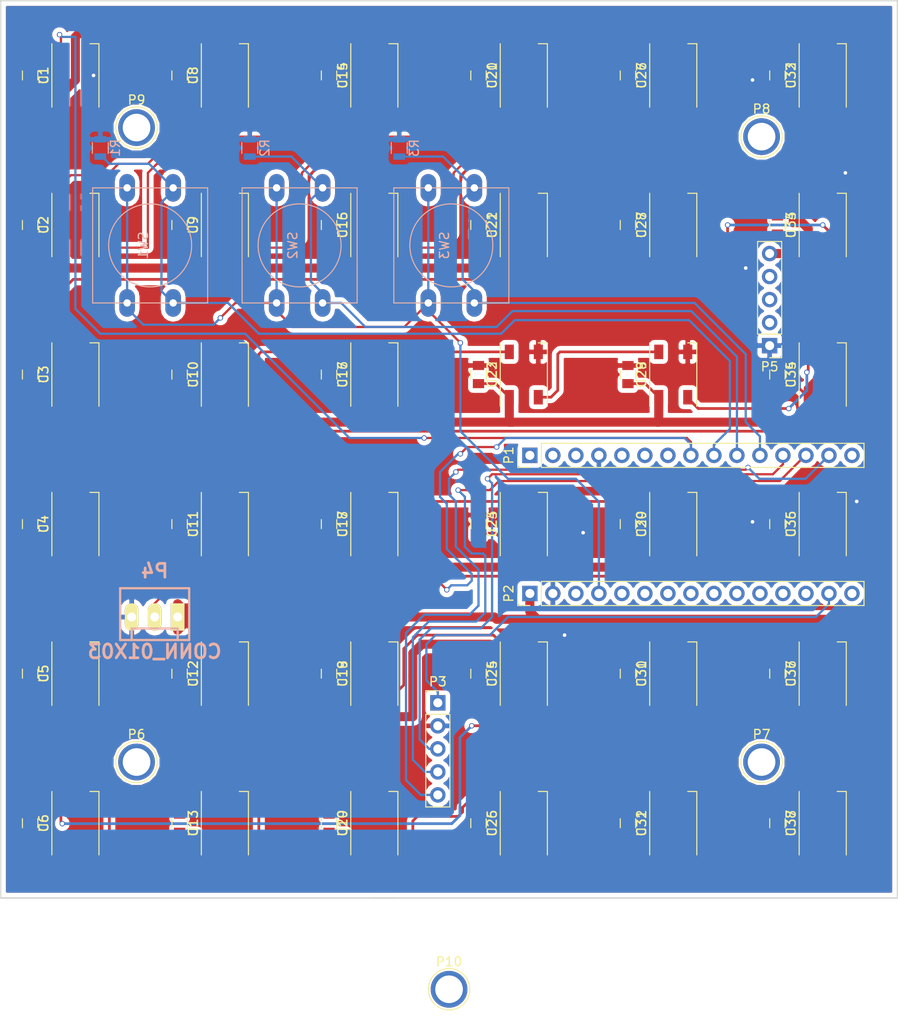
<source format=kicad_pcb>
(kicad_pcb (version 4) (host pcbnew 4.0.5)
  (layers (0 F.Cu signal) (31 B.Cu signal) (34 B.Paste user) (35 F.Paste user) (36 B.SilkS user) (37 F.SilkS user) (38 B.Mask user) (39 F.Mask user) (44 Edge.Cuts user))
  (net 0 "")
  (net 1 DIN)
  (net 2 GND)
  (net 3 +5V)
  (net 4 "Net-(P1-Pad1)")
  (net 5 "Net-(P1-Pad3)")
  (net 6 "Net-(P1-Pad5)")
  (net 7 "Net-(P1-Pad7)")
  (net 8 "Net-(P1-Pad9)")
  (net 9 "Net-(P1-Pad11)")
  (net 10 "Net-(P1-Pad15)")
  (net 11 "Net-(P1-Pad2)")
  (net 12 "Net-(P1-Pad6)")
  (net 13 "Net-(P1-Pad10)")
  (net 14 "Net-(P2-Pad3)")
  (net 15 "Net-(P2-Pad5)")
  (net 16 "Net-(P2-Pad9)")
  (net 17 "Net-(P2-Pad11)")
  (net 18 "Net-(P2-Pad13)")
  (net 19 "Net-(P2-Pad15)")
  (net 20 "Net-(P2-Pad6)")
  (net 21 "Net-(P2-Pad10)")
  (net 22 "Net-(P2-Pad12)")
  (net 23 "Net-(P2-Pad14)")
  (net 24 "Net-(U1-Pad2)")
  (net 25 "Net-(U2-Pad2)")
  (net 26 +5VA)
  (net 27 "Net-(U2-Pad4)")
  (net 28 "Net-(U3-Pad4)")
  (net 29 "Net-(U10-Pad4)")
  (net 30 "Net-(U34-Pad2)")
  (net 31 "Net-(U11-Pad4)")
  (net 32 "Net-(U35-Pad2)")
  (net 33 "Net-(U12-Pad4)")
  (net 34 "Net-(U36-Pad2)")
  (net 35 "Net-(U13-Pad4)")
  (net 36 "Net-(U14-Pad4)")
  (net 37 "Net-(U15-Pad4)")
  (net 38 "Net-(U10-Pad2)")
  (net 39 "Net-(U11-Pad2)")
  (net 40 "Net-(U12-Pad2)")
  (net 41 "Net-(U13-Pad2)")
  (net 42 "Net-(U14-Pad2)")
  (net 43 "Net-(U15-Pad2)")
  (net 44 "Net-(U16-Pad2)")
  (net 45 "Net-(U17-Pad2)")
  (net 46 "Net-(U18-Pad2)")
  (net 47 "Net-(U19-Pad2)")
  (net 48 "Net-(U20-Pad2)")
  (net 49 "Net-(U21-Pad2)")
  (net 50 "Net-(U22-Pad2)")
  (net 51 "Net-(U23-Pad2)")
  (net 52 "Net-(U24-Pad2)")
  (net 53 "Net-(U25-Pad2)")
  (net 54 "Net-(U26-Pad2)")
  (net 55 "Net-(U27-Pad2)")
  (net 56 "Net-(U28-Pad2)")
  (net 57 "Net-(U29-Pad2)")
  (net 58 "Net-(U30-Pad2)")
  (net 59 "Net-(U31-Pad2)")
  (net 60 "Net-(U37-Pad2)")
  (net 61 "Net-(P5-Pad2)")
  (net 62 "Net-(P5-Pad3)")
  (net 63 "Net-(P5-Pad4)")
  (net 64 CLK)
  (net 65 DAT)
  (net 66 RST)
  (net 67 "Net-(P2-Pad7)")
  (net 68 "Net-(P2-Pad8)")
  (net 69 "Net-(P6-Pad1)")
  (net 70 "Net-(P7-Pad1)")
  (net 71 "Net-(P8-Pad1)")
  (net 72 "Net-(P9-Pad1)")
  (net 73 "Net-(P10-Pad1)")
  (module CON-MOLEX:MOLEX-5045-03A (layer F.Cu) (at 129 119)
    (fp_text reference P4 (at 0 -5.08) (layer B.SilkS) (effects (font (thickness 0.3048)) (justify mirror)))
    (fp_text value CONN_01X03 (at 0 3.81) (layer B.SilkS) (effects (font (thickness 0.3048)) (justify mirror)))
    (pad 1 thru_hole rect (at 2.54 0) (size 1.50622 3.01498) (drill 0.99822) (layers *.Cu *.Mask F.Paste F.SilkS) (net 26 +5VA))
    (pad 2 thru_hole oval (at 0 0) (size 1.50622 3.01498) (drill 0.99822) (layers *.Cu *.Mask F.Paste F.SilkS) (net 1 DIN))
    (pad 3 thru_hole oval (at -2.54 0) (size 1.50622 3.01498) (drill 0.99822) (layers *.Cu *.Mask F.Paste F.SilkS) (net 2 GND))
  )
  (module Capacitors_SMD:C_0805 (layer F.Cu) (at 115.25 59.25 270)
    (fp_text reference C1 (at 0 -1.5 270) (layer F.SilkS))
    (fp_text value C)
    (pad 1 smd rect (at -1 0 270) (size 1 1.25) (layers F.Cu F.Paste F.Mask) (net 2 GND))
    (pad 2 smd rect (at 1 0 270) (size 1 1.25) (layers F.Cu F.Paste F.Mask) (net 26 +5VA))
  )
  (module Capacitors_SMD:C_0805 (layer F.Cu) (at 115.25 75.75 270)
    (fp_text reference C2 (at 0 -1.5 270) (layer F.SilkS))
    (fp_text value C)
    (pad 1 smd rect (at -1 0 270) (size 1 1.25) (layers F.Cu F.Paste F.Mask) (net 2 GND))
    (pad 2 smd rect (at 1 0 270) (size 1 1.25) (layers F.Cu F.Paste F.Mask) (net 26 +5VA))
  )
  (module Capacitors_SMD:C_0805 (layer F.Cu) (at 115.25 92.25 270)
    (fp_text reference C3 (at 0 -1.5 270) (layer F.SilkS))
    (fp_text value C)
    (pad 1 smd rect (at -1 0 270) (size 1 1.25) (layers F.Cu F.Paste F.Mask) (net 2 GND))
    (pad 2 smd rect (at 1 0 270) (size 1 1.25) (layers F.Cu F.Paste F.Mask) (net 26 +5VA))
  )
  (module Capacitors_SMD:C_0805 (layer F.Cu) (at 115.25 108.75 270)
    (fp_text reference C4 (at 0 -1.5 270) (layer F.SilkS))
    (fp_text value C)
    (pad 1 smd rect (at -1 0 270) (size 1 1.25) (layers F.Cu F.Paste F.Mask) (net 2 GND))
    (pad 2 smd rect (at 1 0 270) (size 1 1.25) (layers F.Cu F.Paste F.Mask) (net 26 +5VA))
  )
  (module Capacitors_SMD:C_0805 (layer F.Cu) (at 115.25 125.25 270)
    (fp_text reference C5 (at 0 -1.5 270) (layer F.SilkS))
    (fp_text value C)
    (pad 1 smd rect (at -1 0 270) (size 1 1.25) (layers F.Cu F.Paste F.Mask) (net 2 GND))
    (pad 2 smd rect (at 1 0 270) (size 1 1.25) (layers F.Cu F.Paste F.Mask) (net 26 +5VA))
  )
  (module Capacitors_SMD:C_0805 (layer F.Cu) (at 115.25 141.75 270)
    (fp_text reference C6 (at 0 -1.5 270) (layer F.SilkS))
    (fp_text value C)
    (pad 1 smd rect (at -1 0 270) (size 1 1.25) (layers F.Cu F.Paste F.Mask) (net 2 GND))
    (pad 2 smd rect (at 1 0 270) (size 1 1.25) (layers F.Cu F.Paste F.Mask) (net 26 +5VA))
  )
  (module Capacitors_SMD:C_0805 (layer F.Cu) (at 131.75 59.25 270)
    (fp_text reference C8 (at 0 -1.5 270) (layer F.SilkS))
    (fp_text value C)
    (pad 1 smd rect (at -1 0 270) (size 1 1.25) (layers F.Cu F.Paste F.Mask) (net 2 GND))
    (pad 2 smd rect (at 1 0 270) (size 1 1.25) (layers F.Cu F.Paste F.Mask) (net 26 +5VA))
  )
  (module Capacitors_SMD:C_0805 (layer F.Cu) (at 131.75 75.75 270)
    (fp_text reference C9 (at 0 -1.5 270) (layer F.SilkS))
    (fp_text value C)
    (pad 1 smd rect (at -1 0 270) (size 1 1.25) (layers F.Cu F.Paste F.Mask) (net 2 GND))
    (pad 2 smd rect (at 1 0 270) (size 1 1.25) (layers F.Cu F.Paste F.Mask) (net 26 +5VA))
  )
  (module Capacitors_SMD:C_0805 (layer F.Cu) (at 131.75 92.25 270)
    (fp_text reference C10 (at 0 -1.5 270) (layer F.SilkS))
    (fp_text value C)
    (pad 1 smd rect (at -1 0 270) (size 1 1.25) (layers F.Cu F.Paste F.Mask) (net 2 GND))
    (pad 2 smd rect (at 1 0 270) (size 1 1.25) (layers F.Cu F.Paste F.Mask) (net 26 +5VA))
  )
  (module Capacitors_SMD:C_0805 (layer F.Cu) (at 131.75 108.75 270)
    (fp_text reference C11 (at 0 -1.5 270) (layer F.SilkS))
    (fp_text value C)
    (pad 1 smd rect (at -1 0 270) (size 1 1.25) (layers F.Cu F.Paste F.Mask) (net 2 GND))
    (pad 2 smd rect (at 1 0 270) (size 1 1.25) (layers F.Cu F.Paste F.Mask) (net 26 +5VA))
  )
  (module Capacitors_SMD:C_0805 (layer F.Cu) (at 131.75 125.25 270)
    (fp_text reference C12 (at 0 -1.5 270) (layer F.SilkS))
    (fp_text value C)
    (pad 1 smd rect (at -1 0 270) (size 1 1.25) (layers F.Cu F.Paste F.Mask) (net 2 GND))
    (pad 2 smd rect (at 1 0 270) (size 1 1.25) (layers F.Cu F.Paste F.Mask) (net 26 +5VA))
  )
  (module Capacitors_SMD:C_0805 (layer F.Cu) (at 131.75 141.75 270)
    (fp_text reference C13 (at 0 -1.5 270) (layer F.SilkS))
    (fp_text value C)
    (pad 1 smd rect (at -1 0 270) (size 1 1.25) (layers F.Cu F.Paste F.Mask) (net 2 GND))
    (pad 2 smd rect (at 1 0 270) (size 1 1.25) (layers F.Cu F.Paste F.Mask) (net 26 +5VA))
  )
  (module Capacitors_SMD:C_0805 (layer F.Cu) (at 148.25 59.25 270)
    (fp_text reference C15 (at 0 -1.5 270) (layer F.SilkS))
    (fp_text value C)
    (pad 1 smd rect (at -1 0 270) (size 1 1.25) (layers F.Cu F.Paste F.Mask) (net 2 GND))
    (pad 2 smd rect (at 1 0 270) (size 1 1.25) (layers F.Cu F.Paste F.Mask) (net 26 +5VA))
  )
  (module Capacitors_SMD:C_0805 (layer F.Cu) (at 148.25 75.75 270)
    (fp_text reference C16 (at 0 -1.5 270) (layer F.SilkS))
    (fp_text value C)
    (pad 1 smd rect (at -1 0 270) (size 1 1.25) (layers F.Cu F.Paste F.Mask) (net 2 GND))
    (pad 2 smd rect (at 1 0 270) (size 1 1.25) (layers F.Cu F.Paste F.Mask) (net 26 +5VA))
  )
  (module Capacitors_SMD:C_0805 (layer F.Cu) (at 148.25 92.25 270)
    (fp_text reference C17 (at 0 -1.5 270) (layer F.SilkS))
    (fp_text value C)
    (pad 1 smd rect (at -1 0 270) (size 1 1.25) (layers F.Cu F.Paste F.Mask) (net 2 GND))
    (pad 2 smd rect (at 1 0 270) (size 1 1.25) (layers F.Cu F.Paste F.Mask) (net 26 +5VA))
  )
  (module Capacitors_SMD:C_0805 (layer F.Cu) (at 148.25 108.75 270)
    (fp_text reference C18 (at 0 -1.5 270) (layer F.SilkS))
    (fp_text value C)
    (pad 1 smd rect (at -1 0 270) (size 1 1.25) (layers F.Cu F.Paste F.Mask) (net 2 GND))
    (pad 2 smd rect (at 1 0 270) (size 1 1.25) (layers F.Cu F.Paste F.Mask) (net 26 +5VA))
  )
  (module Capacitors_SMD:C_0805 (layer F.Cu) (at 148.25 125.25 270)
    (fp_text reference C19 (at 0 -1.5 270) (layer F.SilkS))
    (fp_text value C)
    (pad 1 smd rect (at -1 0 270) (size 1 1.25) (layers F.Cu F.Paste F.Mask) (net 2 GND))
    (pad 2 smd rect (at 1 0 270) (size 1 1.25) (layers F.Cu F.Paste F.Mask) (net 26 +5VA))
  )
  (module Capacitors_SMD:C_0805 (layer F.Cu) (at 148.25 141.75 270)
    (fp_text reference C20 (at 0 -1.5 270) (layer F.SilkS))
    (fp_text value C)
    (pad 1 smd rect (at -1 0 270) (size 1 1.25) (layers F.Cu F.Paste F.Mask) (net 2 GND))
    (pad 2 smd rect (at 1 0 270) (size 1 1.25) (layers F.Cu F.Paste F.Mask) (net 26 +5VA))
  )
  (module Capacitors_SMD:C_0805 (layer F.Cu) (at 164.75 59.25 270)
    (fp_text reference C21 (at 0 -1.5 270) (layer F.SilkS))
    (fp_text value C)
    (pad 1 smd rect (at -1 0 270) (size 1 1.25) (layers F.Cu F.Paste F.Mask) (net 2 GND))
    (pad 2 smd rect (at 1 0 270) (size 1 1.25) (layers F.Cu F.Paste F.Mask) (net 26 +5VA))
  )
  (module Capacitors_SMD:C_0805 (layer F.Cu) (at 164.75 75.75 270)
    (fp_text reference C22 (at 0 -1.5 270) (layer F.SilkS))
    (fp_text value C)
    (pad 1 smd rect (at -1 0 270) (size 1 1.25) (layers F.Cu F.Paste F.Mask) (net 2 GND))
    (pad 2 smd rect (at 1 0 270) (size 1 1.25) (layers F.Cu F.Paste F.Mask) (net 26 +5VA))
  )
  (module Capacitors_SMD:C_0805 (layer F.Cu) (at 164.75 92.25 270)
    (fp_text reference C23 (at 0 -1.5 270) (layer F.SilkS))
    (fp_text value C)
    (pad 1 smd rect (at -1 0 270) (size 1 1.25) (layers F.Cu F.Paste F.Mask) (net 2 GND))
    (pad 2 smd rect (at 1 0 270) (size 1 1.25) (layers F.Cu F.Paste F.Mask) (net 26 +5VA))
  )
  (module Capacitors_SMD:C_0805 (layer F.Cu) (at 164.75 108.75 270)
    (fp_text reference C24 (at 0 -1.5 270) (layer F.SilkS))
    (fp_text value C)
    (pad 1 smd rect (at -1 0 270) (size 1 1.25) (layers F.Cu F.Paste F.Mask) (net 2 GND))
    (pad 2 smd rect (at 1 0 270) (size 1 1.25) (layers F.Cu F.Paste F.Mask) (net 26 +5VA))
  )
  (module Capacitors_SMD:C_0805 (layer F.Cu) (at 164.75 125.25 270)
    (fp_text reference C25 (at 0 -1.5 270) (layer F.SilkS))
    (fp_text value C)
    (pad 1 smd rect (at -1 0 270) (size 1 1.25) (layers F.Cu F.Paste F.Mask) (net 2 GND))
    (pad 2 smd rect (at 1 0 270) (size 1 1.25) (layers F.Cu F.Paste F.Mask) (net 26 +5VA))
  )
  (module Capacitors_SMD:C_0805 (layer F.Cu) (at 164.75 141.75 270)
    (fp_text reference C26 (at 0 -1.5 270) (layer F.SilkS))
    (fp_text value C)
    (pad 1 smd rect (at -1 0 270) (size 1 1.25) (layers F.Cu F.Paste F.Mask) (net 2 GND))
    (pad 2 smd rect (at 1 0 270) (size 1 1.25) (layers F.Cu F.Paste F.Mask) (net 26 +5VA))
  )
  (module Capacitors_SMD:C_0805 (layer F.Cu) (at 181.25 59.25 270)
    (fp_text reference C27 (at 0 -1.5 270) (layer F.SilkS))
    (fp_text value C)
    (pad 1 smd rect (at -1 0 270) (size 1 1.25) (layers F.Cu F.Paste F.Mask) (net 2 GND))
    (pad 2 smd rect (at 1 0 270) (size 1 1.25) (layers F.Cu F.Paste F.Mask) (net 26 +5VA))
  )
  (module Capacitors_SMD:C_0805 (layer F.Cu) (at 181.25 75.75 270)
    (fp_text reference C28 (at 0 -1.5 270) (layer F.SilkS))
    (fp_text value C)
    (pad 1 smd rect (at -1 0 270) (size 1 1.25) (layers F.Cu F.Paste F.Mask) (net 2 GND))
    (pad 2 smd rect (at 1 0 270) (size 1 1.25) (layers F.Cu F.Paste F.Mask) (net 26 +5VA))
  )
  (module Capacitors_SMD:C_0805 (layer F.Cu) (at 181.25 92.25 270)
    (fp_text reference C29 (at 0 -1.5 270) (layer F.SilkS))
    (fp_text value C)
    (pad 1 smd rect (at -1 0 270) (size 1 1.25) (layers F.Cu F.Paste F.Mask) (net 2 GND))
    (pad 2 smd rect (at 1 0 270) (size 1 1.25) (layers F.Cu F.Paste F.Mask) (net 26 +5VA))
  )
  (module Capacitors_SMD:C_0805 (layer F.Cu) (at 181.25 108.75 270)
    (fp_text reference C30 (at 0 -1.5 270) (layer F.SilkS))
    (fp_text value C)
    (pad 1 smd rect (at -1 0 270) (size 1 1.25) (layers F.Cu F.Paste F.Mask) (net 2 GND))
    (pad 2 smd rect (at 1 0 270) (size 1 1.25) (layers F.Cu F.Paste F.Mask) (net 26 +5VA))
  )
  (module Capacitors_SMD:C_0805 (layer F.Cu) (at 181.25 125.25 270)
    (fp_text reference C31 (at 0 -1.5 270) (layer F.SilkS))
    (fp_text value C)
    (pad 1 smd rect (at -1 0 270) (size 1 1.25) (layers F.Cu F.Paste F.Mask) (net 2 GND))
    (pad 2 smd rect (at 1 0 270) (size 1 1.25) (layers F.Cu F.Paste F.Mask) (net 26 +5VA))
  )
  (module Capacitors_SMD:C_0805 (layer F.Cu) (at 181.25 141.75 270)
    (fp_text reference C32 (at 0 -1.5 270) (layer F.SilkS))
    (fp_text value C)
    (pad 1 smd rect (at -1 0 270) (size 1 1.25) (layers F.Cu F.Paste F.Mask) (net 2 GND))
    (pad 2 smd rect (at 1 0 270) (size 1 1.25) (layers F.Cu F.Paste F.Mask) (net 26 +5VA))
  )
  (module Capacitors_SMD:C_0805 (layer F.Cu) (at 197.75 59.25 270)
    (fp_text reference C33 (at 0 -1.5 270) (layer F.SilkS))
    (fp_text value C)
    (pad 1 smd rect (at -1 0 270) (size 1 1.25) (layers F.Cu F.Paste F.Mask) (net 2 GND))
    (pad 2 smd rect (at 1 0 270) (size 1 1.25) (layers F.Cu F.Paste F.Mask) (net 26 +5VA))
  )
  (module Capacitors_SMD:C_0805 (layer F.Cu) (at 197.75 75.75 270)
    (fp_text reference C34 (at 0 -1.5 270) (layer F.SilkS))
    (fp_text value C)
    (pad 1 smd rect (at -1 0 270) (size 1 1.25) (layers F.Cu F.Paste F.Mask) (net 2 GND))
    (pad 2 smd rect (at 1 0 270) (size 1 1.25) (layers F.Cu F.Paste F.Mask) (net 26 +5VA))
  )
  (module Capacitors_SMD:C_0805 (layer F.Cu) (at 197.75 92.25 270)
    (fp_text reference C35 (at 0 -1.5 270) (layer F.SilkS))
    (fp_text value C)
    (pad 1 smd rect (at -1 0 270) (size 1 1.25) (layers F.Cu F.Paste F.Mask) (net 2 GND))
    (pad 2 smd rect (at 1 0 270) (size 1 1.25) (layers F.Cu F.Paste F.Mask) (net 26 +5VA))
  )
  (module Capacitors_SMD:C_0805 (layer F.Cu) (at 197.75 108.75 270)
    (fp_text reference C36 (at 0 -1.5 270) (layer F.SilkS))
    (fp_text value C)
    (pad 1 smd rect (at -1 0 270) (size 1 1.25) (layers F.Cu F.Paste F.Mask) (net 2 GND))
    (pad 2 smd rect (at 1 0 270) (size 1 1.25) (layers F.Cu F.Paste F.Mask) (net 26 +5VA))
  )
  (module Capacitors_SMD:C_0805 (layer F.Cu) (at 197.75 125.25 270)
    (fp_text reference C37 (at 0 -1.5 270) (layer F.SilkS))
    (fp_text value C)
    (pad 1 smd rect (at -1 0 270) (size 1 1.25) (layers F.Cu F.Paste F.Mask) (net 2 GND))
    (pad 2 smd rect (at 1 0 270) (size 1 1.25) (layers F.Cu F.Paste F.Mask) (net 26 +5VA))
  )
  (module Capacitors_SMD:C_0805 (layer F.Cu) (at 197.75 141.75 270)
    (fp_text reference C38 (at 0 -1.5 270) (layer F.SilkS))
    (fp_text value C)
    (pad 1 smd rect (at -1 0 270) (size 1 1.25) (layers F.Cu F.Paste F.Mask) (net 2 GND))
    (pad 2 smd rect (at 1 0 270) (size 1 1.25) (layers F.Cu F.Paste F.Mask) (net 26 +5VA))
  )
  (module LEDs:LED_WS2812B-PLCC4 (layer F.Cu) (at 120.25 59.25 90)
    (fp_text reference U1 (at 0 -3.5 90) (layer F.SilkS))
    (fp_text value WS2812B)
    (pad 3 smd rect (at 2.5 1.6 90) (size 1.6 1) (layers F.Cu F.Paste F.Mask) (net 2 GND))
    (pad 4 smd rect (at 2.5 -1.6 90) (size 1.6 1) (layers F.Cu F.Paste F.Mask) (net 1 DIN))
    (pad 2 smd rect (at -2.5 1.6 90) (size 1.6 1) (layers F.Cu F.Paste F.Mask) (net 24 "Net-(U1-Pad2)"))
    (pad 1 smd rect (at -2.5 -1.6 90) (size 1.6 1) (layers F.Cu F.Paste F.Mask) (net 26 +5VA))
  )
  (module LEDs:LED_WS2812B-PLCC4 (layer F.Cu) (at 120.25 75.75 90)
    (fp_text reference U2 (at 0 -3.5 90) (layer F.SilkS))
    (fp_text value WS2812B)
    (pad 3 smd rect (at 2.5 1.6 90) (size 1.6 1) (layers F.Cu F.Paste F.Mask) (net 2 GND))
    (pad 4 smd rect (at 2.5 -1.6 90) (size 1.6 1) (layers F.Cu F.Paste F.Mask) (net 27 "Net-(U2-Pad4)"))
    (pad 2 smd rect (at -2.5 1.6 90) (size 1.6 1) (layers F.Cu F.Paste F.Mask) (net 25 "Net-(U2-Pad2)"))
    (pad 1 smd rect (at -2.5 -1.6 90) (size 1.6 1) (layers F.Cu F.Paste F.Mask) (net 26 +5VA))
  )
  (module LEDs:LED_WS2812B-PLCC4 (layer F.Cu) (at 120.25 92.25 90)
    (fp_text reference U3 (at 0 -3.5 90) (layer F.SilkS))
    (fp_text value WS2812B)
    (pad 3 smd rect (at 2.5 1.6 90) (size 1.6 1) (layers F.Cu F.Paste F.Mask) (net 2 GND))
    (pad 4 smd rect (at 2.5 -1.6 90) (size 1.6 1) (layers F.Cu F.Paste F.Mask) (net 28 "Net-(U3-Pad4)"))
    (pad 2 smd rect (at -2.5 1.6 90) (size 1.6 1) (layers F.Cu F.Paste F.Mask) (net 29 "Net-(U10-Pad4)"))
    (pad 1 smd rect (at -2.5 -1.6 90) (size 1.6 1) (layers F.Cu F.Paste F.Mask) (net 26 +5VA))
  )
  (module LEDs:LED_WS2812B-PLCC4 (layer F.Cu) (at 120.25 108.75 90)
    (fp_text reference U4 (at 0 -3.5 90) (layer F.SilkS))
    (fp_text value WS2812B)
    (pad 3 smd rect (at 2.5 1.6 90) (size 1.6 1) (layers F.Cu F.Paste F.Mask) (net 2 GND))
    (pad 4 smd rect (at 2.5 -1.6 90) (size 1.6 1) (layers F.Cu F.Paste F.Mask) (net 30 "Net-(U34-Pad2)"))
    (pad 2 smd rect (at -2.5 1.6 90) (size 1.6 1) (layers F.Cu F.Paste F.Mask) (net 31 "Net-(U11-Pad4)"))
    (pad 1 smd rect (at -2.5 -1.6 90) (size 1.6 1) (layers F.Cu F.Paste F.Mask) (net 26 +5VA))
  )
  (module LEDs:LED_WS2812B-PLCC4 (layer F.Cu) (at 120.25 125.25 90)
    (fp_text reference U5 (at 0 -3.5 90) (layer F.SilkS))
    (fp_text value WS2812B)
    (pad 3 smd rect (at 2.5 1.6 90) (size 1.6 1) (layers F.Cu F.Paste F.Mask) (net 2 GND))
    (pad 4 smd rect (at 2.5 -1.6 90) (size 1.6 1) (layers F.Cu F.Paste F.Mask) (net 32 "Net-(U35-Pad2)"))
    (pad 2 smd rect (at -2.5 1.6 90) (size 1.6 1) (layers F.Cu F.Paste F.Mask) (net 33 "Net-(U12-Pad4)"))
    (pad 1 smd rect (at -2.5 -1.6 90) (size 1.6 1) (layers F.Cu F.Paste F.Mask) (net 26 +5VA))
  )
  (module LEDs:LED_WS2812B-PLCC4 (layer F.Cu) (at 120.25 141.75 90)
    (fp_text reference U6 (at 0 -3.5 90) (layer F.SilkS))
    (fp_text value WS2812B)
    (pad 3 smd rect (at 2.5 1.6 90) (size 1.6 1) (layers F.Cu F.Paste F.Mask) (net 2 GND))
    (pad 4 smd rect (at 2.5 -1.6 90) (size 1.6 1) (layers F.Cu F.Paste F.Mask) (net 34 "Net-(U36-Pad2)"))
    (pad 2 smd rect (at -2.5 1.6 90) (size 1.6 1) (layers F.Cu F.Paste F.Mask) (net 35 "Net-(U13-Pad4)"))
    (pad 1 smd rect (at -2.5 -1.6 90) (size 1.6 1) (layers F.Cu F.Paste F.Mask) (net 26 +5VA))
  )
  (module LEDs:LED_WS2812B-PLCC4 (layer F.Cu) (at 136.75 59.25 90)
    (fp_text reference U8 (at 0 -3.5 90) (layer F.SilkS))
    (fp_text value WS2812B)
    (pad 3 smd rect (at 2.5 1.6 90) (size 1.6 1) (layers F.Cu F.Paste F.Mask) (net 2 GND))
    (pad 4 smd rect (at 2.5 -1.6 90) (size 1.6 1) (layers F.Cu F.Paste F.Mask) (net 24 "Net-(U1-Pad2)"))
    (pad 2 smd rect (at -2.5 1.6 90) (size 1.6 1) (layers F.Cu F.Paste F.Mask) (net 36 "Net-(U14-Pad4)"))
    (pad 1 smd rect (at -2.5 -1.6 90) (size 1.6 1) (layers F.Cu F.Paste F.Mask) (net 26 +5VA))
  )
  (module LEDs:LED_WS2812B-PLCC4 (layer F.Cu) (at 136.75 75.75 90)
    (fp_text reference U9 (at 0 -3.5 90) (layer F.SilkS))
    (fp_text value WS2812B)
    (pad 3 smd rect (at 2.5 1.6 90) (size 1.6 1) (layers F.Cu F.Paste F.Mask) (net 2 GND))
    (pad 4 smd rect (at 2.5 -1.6 90) (size 1.6 1) (layers F.Cu F.Paste F.Mask) (net 25 "Net-(U2-Pad2)"))
    (pad 2 smd rect (at -2.5 1.6 90) (size 1.6 1) (layers F.Cu F.Paste F.Mask) (net 37 "Net-(U15-Pad4)"))
    (pad 1 smd rect (at -2.5 -1.6 90) (size 1.6 1) (layers F.Cu F.Paste F.Mask) (net 26 +5VA))
  )
  (module LEDs:LED_WS2812B-PLCC4 (layer F.Cu) (at 136.75 92.25 90)
    (fp_text reference U10 (at 0 -3.5 90) (layer F.SilkS))
    (fp_text value WS2812B)
    (pad 3 smd rect (at 2.5 1.6 90) (size 1.6 1) (layers F.Cu F.Paste F.Mask) (net 2 GND))
    (pad 4 smd rect (at 2.5 -1.6 90) (size 1.6 1) (layers F.Cu F.Paste F.Mask) (net 29 "Net-(U10-Pad4)"))
    (pad 2 smd rect (at -2.5 1.6 90) (size 1.6 1) (layers F.Cu F.Paste F.Mask) (net 38 "Net-(U10-Pad2)"))
    (pad 1 smd rect (at -2.5 -1.6 90) (size 1.6 1) (layers F.Cu F.Paste F.Mask) (net 26 +5VA))
  )
  (module LEDs:LED_WS2812B-PLCC4 (layer F.Cu) (at 136.75 108.75 90)
    (fp_text reference U11 (at 0 -3.5 90) (layer F.SilkS))
    (fp_text value WS2812B)
    (pad 3 smd rect (at 2.5 1.6 90) (size 1.6 1) (layers F.Cu F.Paste F.Mask) (net 2 GND))
    (pad 4 smd rect (at 2.5 -1.6 90) (size 1.6 1) (layers F.Cu F.Paste F.Mask) (net 31 "Net-(U11-Pad4)"))
    (pad 2 smd rect (at -2.5 1.6 90) (size 1.6 1) (layers F.Cu F.Paste F.Mask) (net 39 "Net-(U11-Pad2)"))
    (pad 1 smd rect (at -2.5 -1.6 90) (size 1.6 1) (layers F.Cu F.Paste F.Mask) (net 26 +5VA))
  )
  (module LEDs:LED_WS2812B-PLCC4 (layer F.Cu) (at 136.75 125.25 90)
    (fp_text reference U12 (at 0 -3.5 90) (layer F.SilkS))
    (fp_text value WS2812B)
    (pad 3 smd rect (at 2.5 1.6 90) (size 1.6 1) (layers F.Cu F.Paste F.Mask) (net 2 GND))
    (pad 4 smd rect (at 2.5 -1.6 90) (size 1.6 1) (layers F.Cu F.Paste F.Mask) (net 33 "Net-(U12-Pad4)"))
    (pad 2 smd rect (at -2.5 1.6 90) (size 1.6 1) (layers F.Cu F.Paste F.Mask) (net 40 "Net-(U12-Pad2)"))
    (pad 1 smd rect (at -2.5 -1.6 90) (size 1.6 1) (layers F.Cu F.Paste F.Mask) (net 26 +5VA))
  )
  (module LEDs:LED_WS2812B-PLCC4 (layer F.Cu) (at 136.75 141.75 90)
    (fp_text reference U13 (at 0 -3.5 90) (layer F.SilkS))
    (fp_text value WS2812B)
    (pad 3 smd rect (at 2.5 1.6 90) (size 1.6 1) (layers F.Cu F.Paste F.Mask) (net 2 GND))
    (pad 4 smd rect (at 2.5 -1.6 90) (size 1.6 1) (layers F.Cu F.Paste F.Mask) (net 35 "Net-(U13-Pad4)"))
    (pad 2 smd rect (at -2.5 1.6 90) (size 1.6 1) (layers F.Cu F.Paste F.Mask) (net 41 "Net-(U13-Pad2)"))
    (pad 1 smd rect (at -2.5 -1.6 90) (size 1.6 1) (layers F.Cu F.Paste F.Mask) (net 26 +5VA))
  )
  (module LEDs:LED_WS2812B-PLCC4 (layer F.Cu) (at 153.25 59.25 90)
    (fp_text reference U14 (at 0 -3.5 90) (layer F.SilkS))
    (fp_text value WS2812B)
    (pad 3 smd rect (at 2.5 1.6 90) (size 1.6 1) (layers F.Cu F.Paste F.Mask) (net 2 GND))
    (pad 4 smd rect (at 2.5 -1.6 90) (size 1.6 1) (layers F.Cu F.Paste F.Mask) (net 36 "Net-(U14-Pad4)"))
    (pad 2 smd rect (at -2.5 1.6 90) (size 1.6 1) (layers F.Cu F.Paste F.Mask) (net 42 "Net-(U14-Pad2)"))
    (pad 1 smd rect (at -2.5 -1.6 90) (size 1.6 1) (layers F.Cu F.Paste F.Mask) (net 26 +5VA))
  )
  (module LEDs:LED_WS2812B-PLCC4 (layer F.Cu) (at 153.25 75.75 90)
    (fp_text reference U15 (at 0 -3.5 90) (layer F.SilkS))
    (fp_text value WS2812B)
    (pad 3 smd rect (at 2.5 1.6 90) (size 1.6 1) (layers F.Cu F.Paste F.Mask) (net 2 GND))
    (pad 4 smd rect (at 2.5 -1.6 90) (size 1.6 1) (layers F.Cu F.Paste F.Mask) (net 37 "Net-(U15-Pad4)"))
    (pad 2 smd rect (at -2.5 1.6 90) (size 1.6 1) (layers F.Cu F.Paste F.Mask) (net 43 "Net-(U15-Pad2)"))
    (pad 1 smd rect (at -2.5 -1.6 90) (size 1.6 1) (layers F.Cu F.Paste F.Mask) (net 26 +5VA))
  )
  (module LEDs:LED_WS2812B-PLCC4 (layer F.Cu) (at 153.25 92.25 90)
    (fp_text reference U16 (at 0 -3.5 90) (layer F.SilkS))
    (fp_text value WS2812B)
    (pad 3 smd rect (at 2.5 1.6 90) (size 1.6 1) (layers F.Cu F.Paste F.Mask) (net 2 GND))
    (pad 4 smd rect (at 2.5 -1.6 90) (size 1.6 1) (layers F.Cu F.Paste F.Mask) (net 38 "Net-(U10-Pad2)"))
    (pad 2 smd rect (at -2.5 1.6 90) (size 1.6 1) (layers F.Cu F.Paste F.Mask) (net 44 "Net-(U16-Pad2)"))
    (pad 1 smd rect (at -2.5 -1.6 90) (size 1.6 1) (layers F.Cu F.Paste F.Mask) (net 26 +5VA))
  )
  (module LEDs:LED_WS2812B-PLCC4 (layer F.Cu) (at 153.25 108.75 90)
    (fp_text reference U17 (at 0 -3.5 90) (layer F.SilkS))
    (fp_text value WS2812B)
    (pad 3 smd rect (at 2.5 1.6 90) (size 1.6 1) (layers F.Cu F.Paste F.Mask) (net 2 GND))
    (pad 4 smd rect (at 2.5 -1.6 90) (size 1.6 1) (layers F.Cu F.Paste F.Mask) (net 39 "Net-(U11-Pad2)"))
    (pad 2 smd rect (at -2.5 1.6 90) (size 1.6 1) (layers F.Cu F.Paste F.Mask) (net 45 "Net-(U17-Pad2)"))
    (pad 1 smd rect (at -2.5 -1.6 90) (size 1.6 1) (layers F.Cu F.Paste F.Mask) (net 26 +5VA))
  )
  (module LEDs:LED_WS2812B-PLCC4 (layer F.Cu) (at 153.25 125.25 90)
    (fp_text reference U18 (at 0 -3.5 90) (layer F.SilkS))
    (fp_text value WS2812B)
    (pad 3 smd rect (at 2.5 1.6 90) (size 1.6 1) (layers F.Cu F.Paste F.Mask) (net 2 GND))
    (pad 4 smd rect (at 2.5 -1.6 90) (size 1.6 1) (layers F.Cu F.Paste F.Mask) (net 40 "Net-(U12-Pad2)"))
    (pad 2 smd rect (at -2.5 1.6 90) (size 1.6 1) (layers F.Cu F.Paste F.Mask) (net 46 "Net-(U18-Pad2)"))
    (pad 1 smd rect (at -2.5 -1.6 90) (size 1.6 1) (layers F.Cu F.Paste F.Mask) (net 26 +5VA))
  )
  (module LEDs:LED_WS2812B-PLCC4 (layer F.Cu) (at 153.25 141.75 90)
    (fp_text reference U19 (at 0 -3.5 90) (layer F.SilkS))
    (fp_text value WS2812B)
    (pad 3 smd rect (at 2.5 1.6 90) (size 1.6 1) (layers F.Cu F.Paste F.Mask) (net 2 GND))
    (pad 4 smd rect (at 2.5 -1.6 90) (size 1.6 1) (layers F.Cu F.Paste F.Mask) (net 41 "Net-(U13-Pad2)"))
    (pad 2 smd rect (at -2.5 1.6 90) (size 1.6 1) (layers F.Cu F.Paste F.Mask) (net 47 "Net-(U19-Pad2)"))
    (pad 1 smd rect (at -2.5 -1.6 90) (size 1.6 1) (layers F.Cu F.Paste F.Mask) (net 26 +5VA))
  )
  (module LEDs:LED_WS2812B-PLCC4 (layer F.Cu) (at 169.75 59.25 90)
    (fp_text reference U20 (at 0 -3.5 90) (layer F.SilkS))
    (fp_text value WS2812B)
    (pad 3 smd rect (at 2.5 1.6 90) (size 1.6 1) (layers F.Cu F.Paste F.Mask) (net 2 GND))
    (pad 4 smd rect (at 2.5 -1.6 90) (size 1.6 1) (layers F.Cu F.Paste F.Mask) (net 42 "Net-(U14-Pad2)"))
    (pad 2 smd rect (at -2.5 1.6 90) (size 1.6 1) (layers F.Cu F.Paste F.Mask) (net 48 "Net-(U20-Pad2)"))
    (pad 1 smd rect (at -2.5 -1.6 90) (size 1.6 1) (layers F.Cu F.Paste F.Mask) (net 26 +5VA))
  )
  (module LEDs:LED_WS2812B-PLCC4 (layer F.Cu) (at 169.75 75.75 90)
    (fp_text reference U21 (at 0 -3.5 90) (layer F.SilkS))
    (fp_text value WS2812B)
    (pad 3 smd rect (at 2.5 1.6 90) (size 1.6 1) (layers F.Cu F.Paste F.Mask) (net 2 GND))
    (pad 4 smd rect (at 2.5 -1.6 90) (size 1.6 1) (layers F.Cu F.Paste F.Mask) (net 43 "Net-(U15-Pad2)"))
    (pad 2 smd rect (at -2.5 1.6 90) (size 1.6 1) (layers F.Cu F.Paste F.Mask) (net 49 "Net-(U21-Pad2)"))
    (pad 1 smd rect (at -2.5 -1.6 90) (size 1.6 1) (layers F.Cu F.Paste F.Mask) (net 26 +5VA))
  )
  (module LEDs:LED_WS2812B-PLCC4 (layer F.Cu) (at 169.75 92.25 90)
    (fp_text reference U22 (at 0 -3.5 90) (layer F.SilkS))
    (fp_text value WS2812B)
    (pad 3 smd rect (at 2.5 1.6 90) (size 1.6 1) (layers F.Cu F.Paste F.Mask) (net 2 GND))
    (pad 4 smd rect (at 2.5 -1.6 90) (size 1.6 1) (layers F.Cu F.Paste F.Mask) (net 44 "Net-(U16-Pad2)"))
    (pad 2 smd rect (at -2.5 1.6 90) (size 1.6 1) (layers F.Cu F.Paste F.Mask) (net 50 "Net-(U22-Pad2)"))
    (pad 1 smd rect (at -2.5 -1.6 90) (size 1.6 1) (layers F.Cu F.Paste F.Mask) (net 26 +5VA))
  )
  (module LEDs:LED_WS2812B-PLCC4 (layer F.Cu) (at 169.75 108.75 90)
    (fp_text reference U23 (at 0 -3.5 90) (layer F.SilkS))
    (fp_text value WS2812B)
    (pad 3 smd rect (at 2.5 1.6 90) (size 1.6 1) (layers F.Cu F.Paste F.Mask) (net 2 GND))
    (pad 4 smd rect (at 2.5 -1.6 90) (size 1.6 1) (layers F.Cu F.Paste F.Mask) (net 45 "Net-(U17-Pad2)"))
    (pad 2 smd rect (at -2.5 1.6 90) (size 1.6 1) (layers F.Cu F.Paste F.Mask) (net 51 "Net-(U23-Pad2)"))
    (pad 1 smd rect (at -2.5 -1.6 90) (size 1.6 1) (layers F.Cu F.Paste F.Mask) (net 26 +5VA))
  )
  (module LEDs:LED_WS2812B-PLCC4 (layer F.Cu) (at 169.75 125.25 90)
    (fp_text reference U24 (at 0 -3.5 90) (layer F.SilkS))
    (fp_text value WS2812B)
    (pad 3 smd rect (at 2.5 1.6 90) (size 1.6 1) (layers F.Cu F.Paste F.Mask) (net 2 GND))
    (pad 4 smd rect (at 2.5 -1.6 90) (size 1.6 1) (layers F.Cu F.Paste F.Mask) (net 46 "Net-(U18-Pad2)"))
    (pad 2 smd rect (at -2.5 1.6 90) (size 1.6 1) (layers F.Cu F.Paste F.Mask) (net 52 "Net-(U24-Pad2)"))
    (pad 1 smd rect (at -2.5 -1.6 90) (size 1.6 1) (layers F.Cu F.Paste F.Mask) (net 26 +5VA))
  )
  (module LEDs:LED_WS2812B-PLCC4 (layer F.Cu) (at 169.75 141.75 90)
    (fp_text reference U25 (at 0 -3.5 90) (layer F.SilkS))
    (fp_text value WS2812B)
    (pad 3 smd rect (at 2.5 1.6 90) (size 1.6 1) (layers F.Cu F.Paste F.Mask) (net 2 GND))
    (pad 4 smd rect (at 2.5 -1.6 90) (size 1.6 1) (layers F.Cu F.Paste F.Mask) (net 47 "Net-(U19-Pad2)"))
    (pad 2 smd rect (at -2.5 1.6 90) (size 1.6 1) (layers F.Cu F.Paste F.Mask) (net 53 "Net-(U25-Pad2)"))
    (pad 1 smd rect (at -2.5 -1.6 90) (size 1.6 1) (layers F.Cu F.Paste F.Mask) (net 26 +5VA))
  )
  (module LEDs:LED_WS2812B-PLCC4 (layer F.Cu) (at 186.25 59.25 90)
    (fp_text reference U26 (at 0 -3.5 90) (layer F.SilkS))
    (fp_text value WS2812B)
    (pad 3 smd rect (at 2.5 1.6 90) (size 1.6 1) (layers F.Cu F.Paste F.Mask) (net 2 GND))
    (pad 4 smd rect (at 2.5 -1.6 90) (size 1.6 1) (layers F.Cu F.Paste F.Mask) (net 48 "Net-(U20-Pad2)"))
    (pad 2 smd rect (at -2.5 1.6 90) (size 1.6 1) (layers F.Cu F.Paste F.Mask) (net 54 "Net-(U26-Pad2)"))
    (pad 1 smd rect (at -2.5 -1.6 90) (size 1.6 1) (layers F.Cu F.Paste F.Mask) (net 26 +5VA))
  )
  (module LEDs:LED_WS2812B-PLCC4 (layer F.Cu) (at 186.25 75.75 90)
    (fp_text reference U27 (at 0 -3.5 90) (layer F.SilkS))
    (fp_text value WS2812B)
    (pad 3 smd rect (at 2.5 1.6 90) (size 1.6 1) (layers F.Cu F.Paste F.Mask) (net 2 GND))
    (pad 4 smd rect (at 2.5 -1.6 90) (size 1.6 1) (layers F.Cu F.Paste F.Mask) (net 49 "Net-(U21-Pad2)"))
    (pad 2 smd rect (at -2.5 1.6 90) (size 1.6 1) (layers F.Cu F.Paste F.Mask) (net 55 "Net-(U27-Pad2)"))
    (pad 1 smd rect (at -2.5 -1.6 90) (size 1.6 1) (layers F.Cu F.Paste F.Mask) (net 26 +5VA))
  )
  (module LEDs:LED_WS2812B-PLCC4 (layer F.Cu) (at 186.25 92.25 90)
    (fp_text reference U28 (at 0 -3.5 90) (layer F.SilkS))
    (fp_text value WS2812B)
    (pad 3 smd rect (at 2.5 1.6 90) (size 1.6 1) (layers F.Cu F.Paste F.Mask) (net 2 GND))
    (pad 4 smd rect (at 2.5 -1.6 90) (size 1.6 1) (layers F.Cu F.Paste F.Mask) (net 50 "Net-(U22-Pad2)"))
    (pad 2 smd rect (at -2.5 1.6 90) (size 1.6 1) (layers F.Cu F.Paste F.Mask) (net 56 "Net-(U28-Pad2)"))
    (pad 1 smd rect (at -2.5 -1.6 90) (size 1.6 1) (layers F.Cu F.Paste F.Mask) (net 26 +5VA))
  )
  (module LEDs:LED_WS2812B-PLCC4 (layer F.Cu) (at 186.25 108.75 90)
    (fp_text reference U29 (at 0 -3.5 90) (layer F.SilkS))
    (fp_text value WS2812B)
    (pad 3 smd rect (at 2.5 1.6 90) (size 1.6 1) (layers F.Cu F.Paste F.Mask) (net 2 GND))
    (pad 4 smd rect (at 2.5 -1.6 90) (size 1.6 1) (layers F.Cu F.Paste F.Mask) (net 51 "Net-(U23-Pad2)"))
    (pad 2 smd rect (at -2.5 1.6 90) (size 1.6 1) (layers F.Cu F.Paste F.Mask) (net 57 "Net-(U29-Pad2)"))
    (pad 1 smd rect (at -2.5 -1.6 90) (size 1.6 1) (layers F.Cu F.Paste F.Mask) (net 26 +5VA))
  )
  (module LEDs:LED_WS2812B-PLCC4 (layer F.Cu) (at 186.25 125.25 90)
    (fp_text reference U30 (at 0 -3.5 90) (layer F.SilkS))
    (fp_text value WS2812B)
    (pad 3 smd rect (at 2.5 1.6 90) (size 1.6 1) (layers F.Cu F.Paste F.Mask) (net 2 GND))
    (pad 4 smd rect (at 2.5 -1.6 90) (size 1.6 1) (layers F.Cu F.Paste F.Mask) (net 52 "Net-(U24-Pad2)"))
    (pad 2 smd rect (at -2.5 1.6 90) (size 1.6 1) (layers F.Cu F.Paste F.Mask) (net 58 "Net-(U30-Pad2)"))
    (pad 1 smd rect (at -2.5 -1.6 90) (size 1.6 1) (layers F.Cu F.Paste F.Mask) (net 26 +5VA))
  )
  (module LEDs:LED_WS2812B-PLCC4 (layer F.Cu) (at 186.25 141.75 90)
    (fp_text reference U31 (at 0 -3.5 90) (layer F.SilkS))
    (fp_text value WS2812B)
    (pad 3 smd rect (at 2.5 1.6 90) (size 1.6 1) (layers F.Cu F.Paste F.Mask) (net 2 GND))
    (pad 4 smd rect (at 2.5 -1.6 90) (size 1.6 1) (layers F.Cu F.Paste F.Mask) (net 53 "Net-(U25-Pad2)"))
    (pad 2 smd rect (at -2.5 1.6 90) (size 1.6 1) (layers F.Cu F.Paste F.Mask) (net 59 "Net-(U31-Pad2)"))
    (pad 1 smd rect (at -2.5 -1.6 90) (size 1.6 1) (layers F.Cu F.Paste F.Mask) (net 26 +5VA))
  )
  (module LEDs:LED_WS2812B-PLCC4 (layer F.Cu) (at 202.75 59.25 90)
    (fp_text reference U32 (at 0 -3.5 90) (layer F.SilkS))
    (fp_text value WS2812B)
    (pad 3 smd rect (at 2.5 1.6 90) (size 1.6 1) (layers F.Cu F.Paste F.Mask) (net 2 GND))
    (pad 4 smd rect (at 2.5 -1.6 90) (size 1.6 1) (layers F.Cu F.Paste F.Mask) (net 54 "Net-(U26-Pad2)"))
    (pad 2 smd rect (at -2.5 1.6 90) (size 1.6 1) (layers F.Cu F.Paste F.Mask) (net 27 "Net-(U2-Pad4)"))
    (pad 1 smd rect (at -2.5 -1.6 90) (size 1.6 1) (layers F.Cu F.Paste F.Mask) (net 26 +5VA))
  )
  (module LEDs:LED_WS2812B-PLCC4 (layer F.Cu) (at 202.75 75.75 90)
    (fp_text reference U33 (at 0 -3.5 90) (layer F.SilkS))
    (fp_text value WS2812B)
    (pad 3 smd rect (at 2.5 1.6 90) (size 1.6 1) (layers F.Cu F.Paste F.Mask) (net 2 GND))
    (pad 4 smd rect (at 2.5 -1.6 90) (size 1.6 1) (layers F.Cu F.Paste F.Mask) (net 55 "Net-(U27-Pad2)"))
    (pad 2 smd rect (at -2.5 1.6 90) (size 1.6 1) (layers F.Cu F.Paste F.Mask) (net 28 "Net-(U3-Pad4)"))
    (pad 1 smd rect (at -2.5 -1.6 90) (size 1.6 1) (layers F.Cu F.Paste F.Mask) (net 26 +5VA))
  )
  (module LEDs:LED_WS2812B-PLCC4 (layer F.Cu) (at 202.75 92.25 90)
    (fp_text reference U34 (at 0 -3.5 90) (layer F.SilkS))
    (fp_text value WS2812B)
    (pad 3 smd rect (at 2.5 1.6 90) (size 1.6 1) (layers F.Cu F.Paste F.Mask) (net 2 GND))
    (pad 4 smd rect (at 2.5 -1.6 90) (size 1.6 1) (layers F.Cu F.Paste F.Mask) (net 56 "Net-(U28-Pad2)"))
    (pad 2 smd rect (at -2.5 1.6 90) (size 1.6 1) (layers F.Cu F.Paste F.Mask) (net 30 "Net-(U34-Pad2)"))
    (pad 1 smd rect (at -2.5 -1.6 90) (size 1.6 1) (layers F.Cu F.Paste F.Mask) (net 26 +5VA))
  )
  (module LEDs:LED_WS2812B-PLCC4 (layer F.Cu) (at 202.75 108.75 90)
    (fp_text reference U35 (at 0 -3.5 90) (layer F.SilkS))
    (fp_text value WS2812B)
    (pad 3 smd rect (at 2.5 1.6 90) (size 1.6 1) (layers F.Cu F.Paste F.Mask) (net 2 GND))
    (pad 4 smd rect (at 2.5 -1.6 90) (size 1.6 1) (layers F.Cu F.Paste F.Mask) (net 57 "Net-(U29-Pad2)"))
    (pad 2 smd rect (at -2.5 1.6 90) (size 1.6 1) (layers F.Cu F.Paste F.Mask) (net 32 "Net-(U35-Pad2)"))
    (pad 1 smd rect (at -2.5 -1.6 90) (size 1.6 1) (layers F.Cu F.Paste F.Mask) (net 26 +5VA))
  )
  (module LEDs:LED_WS2812B-PLCC4 (layer F.Cu) (at 202.75 125.25 90)
    (fp_text reference U36 (at 0 -3.5 90) (layer F.SilkS))
    (fp_text value WS2812B)
    (pad 3 smd rect (at 2.5 1.6 90) (size 1.6 1) (layers F.Cu F.Paste F.Mask) (net 2 GND))
    (pad 4 smd rect (at 2.5 -1.6 90) (size 1.6 1) (layers F.Cu F.Paste F.Mask) (net 58 "Net-(U30-Pad2)"))
    (pad 2 smd rect (at -2.5 1.6 90) (size 1.6 1) (layers F.Cu F.Paste F.Mask) (net 34 "Net-(U36-Pad2)"))
    (pad 1 smd rect (at -2.5 -1.6 90) (size 1.6 1) (layers F.Cu F.Paste F.Mask) (net 26 +5VA))
  )
  (module LEDs:LED_WS2812B-PLCC4 (layer F.Cu) (at 202.75 141.75 90)
    (fp_text reference U37 (at 0 -3.5 90) (layer F.SilkS))
    (fp_text value WS2812B)
    (pad 3 smd rect (at 2.5 1.6 90) (size 1.6 1) (layers F.Cu F.Paste F.Mask) (net 2 GND))
    (pad 4 smd rect (at 2.5 -1.6 90) (size 1.6 1) (layers F.Cu F.Paste F.Mask) (net 59 "Net-(U31-Pad2)"))
    (pad 2 smd rect (at -2.5 1.6 90) (size 1.6 1) (layers F.Cu F.Paste F.Mask) (net 60 "Net-(U37-Pad2)"))
    (pad 1 smd rect (at -2.5 -1.6 90) (size 1.6 1) (layers F.Cu F.Paste F.Mask) (net 26 +5VA))
  )
  (module NEWFOOTPRINT:R_0805BCU (layer F.Cu) (at 123 67.25 270)
    (fp_text reference R1 (at 0 -1.65 270) (layer B.SilkS) (effects (justify mirror)))
    (fp_text value R)
    (pad 1 smd rect (at -0.95 0 270) (size 0.7 1.3) (layers B.Cu B.Paste B.Mask) (net 2 GND))
    (pad 2 smd rect (at 0.95 0 270) (size 0.7 1.3) (layers B.Cu B.Paste B.Mask) (net 8 "Net-(P1-Pad9)"))
  )
  (module NEWFOOTPRINT:R_0805BCU (layer F.Cu) (at 139.5 67.25 270)
    (fp_text reference R2 (at 0 -1.65 270) (layer B.SilkS) (effects (justify mirror)))
    (fp_text value R)
    (pad 1 smd rect (at -0.95 0 270) (size 0.7 1.3) (layers B.Cu B.Paste B.Mask) (net 2 GND))
    (pad 2 smd rect (at 0.95 0 270) (size 0.7 1.3) (layers B.Cu B.Paste B.Mask) (net 13 "Net-(P1-Pad10)"))
  )
  (module NEWFOOTPRINT:R_0805BCU (layer F.Cu) (at 156 67.25 270)
    (fp_text reference R3 (at 0 -1.65 270) (layer B.SilkS) (effects (justify mirror)))
    (fp_text value R)
    (pad 1 smd rect (at -0.95 0 270) (size 0.7 1.3) (layers B.Cu B.Paste B.Mask) (net 2 GND))
    (pad 2 smd rect (at 0.95 0 270) (size 0.7 1.3) (layers B.Cu B.Paste B.Mask) (net 9 "Net-(P1-Pad11)"))
  )
  (module Pin_Headers:Pin_Header_Straight_1x05_Pitch2.54mm (layer F.Cu) (at 160.26 128.47)
    (fp_text reference P3 (at 0 -2.33) (layer F.SilkS))
    (fp_text value DS1302)
    (pad 1 thru_hole rect (at 0 0) (size 1.7 1.7) (drill 1) (layers *.Cu *.Mask) (net 23 "Net-(P2-Pad14)"))
    (pad 2 thru_hole oval (at 0 2.54) (size 1.7 1.7) (drill 1) (layers *.Cu *.Mask) (net 2 GND))
    (pad 3 thru_hole oval (at 0 5.08) (size 1.7 1.7) (drill 1) (layers *.Cu *.Mask) (net 64 CLK))
    (pad 4 thru_hole oval (at 0 7.62) (size 1.7 1.7) (drill 1) (layers *.Cu *.Mask) (net 65 DAT))
    (pad 5 thru_hole oval (at 0 10.16) (size 1.7 1.7) (drill 1) (layers *.Cu *.Mask) (net 66 RST))
  )
  (module Pin_Headers:Pin_Header_Straight_1x05_Pitch2.54mm (layer F.Cu) (at 196.89 89.06 180)
    (fp_text reference P5 (at 0 -2.33 180) (layer F.SilkS))
    (fp_text value POWER)
    (pad 1 thru_hole rect (at 0 0 180) (size 1.7 1.7) (drill 1) (layers *.Cu *.Mask) (net 2 GND))
    (pad 2 thru_hole oval (at 0 2.54 180) (size 1.7 1.7) (drill 1) (layers *.Cu *.Mask) (net 61 "Net-(P5-Pad2)"))
    (pad 3 thru_hole oval (at 0 5.08 180) (size 1.7 1.7) (drill 1) (layers *.Cu *.Mask) (net 62 "Net-(P5-Pad3)"))
    (pad 4 thru_hole oval (at 0 7.62 180) (size 1.7 1.7) (drill 1) (layers *.Cu *.Mask) (net 63 "Net-(P5-Pad4)"))
    (pad 5 thru_hole oval (at 0 10.16 180) (size 1.7 1.7) (drill 1) (layers *.Cu *.Mask) (net 26 +5VA))
  )
  (module Pin_Headers:Pin_Header_Straight_1x15_Pitch2.54mm (layer F.Cu) (at 170.42 101.165 90)
    (fp_text reference P1 (at 0 -2.33 90) (layer F.SilkS))
    (fp_text value NANO_1)
    (pad 1 thru_hole rect (at 0 0 90) (size 1.7 1.7) (drill 1) (layers *.Cu *.Mask) (net 4 "Net-(P1-Pad1)"))
    (pad 2 thru_hole oval (at 0 2.54 90) (size 1.7 1.7) (drill 1) (layers *.Cu *.Mask) (net 11 "Net-(P1-Pad2)"))
    (pad 3 thru_hole oval (at 0 5.08 90) (size 1.7 1.7) (drill 1) (layers *.Cu *.Mask) (net 5 "Net-(P1-Pad3)"))
    (pad 4 thru_hole oval (at 0 7.62 90) (size 1.7 1.7) (drill 1) (layers *.Cu *.Mask) (net 2 GND))
    (pad 5 thru_hole oval (at 0 10.16 90) (size 1.7 1.7) (drill 1) (layers *.Cu *.Mask) (net 6 "Net-(P1-Pad5)"))
    (pad 6 thru_hole oval (at 0 12.7 90) (size 1.7 1.7) (drill 1) (layers *.Cu *.Mask) (net 12 "Net-(P1-Pad6)"))
    (pad 7 thru_hole oval (at 0 15.24 90) (size 1.7 1.7) (drill 1) (layers *.Cu *.Mask) (net 7 "Net-(P1-Pad7)"))
    (pad 8 thru_hole oval (at 0 17.78 90) (size 1.7 1.7) (drill 1) (layers *.Cu *.Mask) (net 1 DIN))
    (pad 9 thru_hole oval (at 0 20.32 90) (size 1.7 1.7) (drill 1) (layers *.Cu *.Mask) (net 8 "Net-(P1-Pad9)"))
    (pad 10 thru_hole oval (at 0 22.86 90) (size 1.7 1.7) (drill 1) (layers *.Cu *.Mask) (net 13 "Net-(P1-Pad10)"))
    (pad 11 thru_hole oval (at 0 25.4 90) (size 1.7 1.7) (drill 1) (layers *.Cu *.Mask) (net 9 "Net-(P1-Pad11)"))
    (pad 12 thru_hole oval (at 0 27.94 90) (size 1.7 1.7) (drill 1) (layers *.Cu *.Mask) (net 64 CLK))
    (pad 13 thru_hole oval (at 0 30.48 90) (size 1.7 1.7) (drill 1) (layers *.Cu *.Mask) (net 65 DAT))
    (pad 14 thru_hole oval (at 0 33.02 90) (size 1.7 1.7) (drill 1) (layers *.Cu *.Mask) (net 66 RST))
    (pad 15 thru_hole oval (at 0 35.56 90) (size 1.7 1.7) (drill 1) (layers *.Cu *.Mask) (net 10 "Net-(P1-Pad15)"))
  )
  (module Pin_Headers:Pin_Header_Straight_1x15_Pitch2.54mm (layer F.Cu) (at 170.42 116.405 90)
    (fp_text reference P2 (at 0 -2.33 90) (layer F.SilkS))
    (fp_text value NANO_2)
    (pad 1 thru_hole rect (at 0 0 90) (size 1.7 1.7) (drill 1) (layers *.Cu *.Mask) (net 26 +5VA))
    (pad 2 thru_hole oval (at 0 2.54 90) (size 1.7 1.7) (drill 1) (layers *.Cu *.Mask) (net 2 GND))
    (pad 3 thru_hole oval (at 0 5.08 90) (size 1.7 1.7) (drill 1) (layers *.Cu *.Mask) (net 14 "Net-(P2-Pad3)"))
    (pad 4 thru_hole oval (at 0 7.62 90) (size 1.7 1.7) (drill 1) (layers *.Cu *.Mask) (net 3 +5V))
    (pad 5 thru_hole oval (at 0 10.16 90) (size 1.7 1.7) (drill 1) (layers *.Cu *.Mask) (net 15 "Net-(P2-Pad5)"))
    (pad 6 thru_hole oval (at 0 12.7 90) (size 1.7 1.7) (drill 1) (layers *.Cu *.Mask) (net 20 "Net-(P2-Pad6)"))
    (pad 7 thru_hole oval (at 0 15.24 90) (size 1.7 1.7) (drill 1) (layers *.Cu *.Mask) (net 67 "Net-(P2-Pad7)"))
    (pad 8 thru_hole oval (at 0 17.78 90) (size 1.7 1.7) (drill 1) (layers *.Cu *.Mask) (net 68 "Net-(P2-Pad8)"))
    (pad 9 thru_hole oval (at 0 20.32 90) (size 1.7 1.7) (drill 1) (layers *.Cu *.Mask) (net 16 "Net-(P2-Pad9)"))
    (pad 10 thru_hole oval (at 0 22.86 90) (size 1.7 1.7) (drill 1) (layers *.Cu *.Mask) (net 21 "Net-(P2-Pad10)"))
    (pad 11 thru_hole oval (at 0 25.4 90) (size 1.7 1.7) (drill 1) (layers *.Cu *.Mask) (net 17 "Net-(P2-Pad11)"))
    (pad 12 thru_hole oval (at 0 27.94 90) (size 1.7 1.7) (drill 1) (layers *.Cu *.Mask) (net 22 "Net-(P2-Pad12)"))
    (pad 13 thru_hole oval (at 0 30.48 90) (size 1.7 1.7) (drill 1) (layers *.Cu *.Mask) (net 18 "Net-(P2-Pad13)"))
    (pad 14 thru_hole oval (at 0 33.02 90) (size 1.7 1.7) (drill 1) (layers *.Cu *.Mask) (net 23 "Net-(P2-Pad14)"))
    (pad 15 thru_hole oval (at 0 35.56 90) (size 1.7 1.7) (drill 1) (layers *.Cu *.Mask) (net 19 "Net-(P2-Pad15)"))
  )
  (module NEWFOOTPRINT:SW_PUSH-12mmBCU (layer F.Cu) (at 128.5 78 90)
    (fp_text reference SW1 (at 0 -0.762 90) (layer B.SilkS) (effects (justify mirror)))
    (fp_text value SW_R)
    (pad 1 thru_hole oval (at 6.35 -2.54 90) (size 3.048 1.7272) (drill 0.8128) (layers *.Cu *.Mask) (net 3 +5V))
    (pad 2 thru_hole oval (at 6.35 2.54 90) (size 3.048 1.7272) (drill 0.8128) (layers *.Cu *.Mask) (net 8 "Net-(P1-Pad9)"))
    (pad 1 thru_hole oval (at -6.35 -2.54 90) (size 3.048 1.7272) (drill 0.8128) (layers *.Cu *.Mask) (net 3 +5V))
    (pad 2 thru_hole oval (at -6.35 2.54 90) (size 3.048 1.7272) (drill 0.8128) (layers *.Cu *.Mask) (net 8 "Net-(P1-Pad9)"))
  )
  (module NEWFOOTPRINT:SW_PUSH-12mmBCU (layer F.Cu) (at 145 78 90)
    (fp_text reference SW2 (at 0 -0.762 90) (layer B.SilkS) (effects (justify mirror)))
    (fp_text value SW_G)
    (pad 1 thru_hole oval (at 6.35 -2.54 90) (size 3.048 1.7272) (drill 0.8128) (layers *.Cu *.Mask) (net 3 +5V))
    (pad 2 thru_hole oval (at 6.35 2.54 90) (size 3.048 1.7272) (drill 0.8128) (layers *.Cu *.Mask) (net 13 "Net-(P1-Pad10)"))
    (pad 1 thru_hole oval (at -6.35 -2.54 90) (size 3.048 1.7272) (drill 0.8128) (layers *.Cu *.Mask) (net 3 +5V))
    (pad 2 thru_hole oval (at -6.35 2.54 90) (size 3.048 1.7272) (drill 0.8128) (layers *.Cu *.Mask) (net 13 "Net-(P1-Pad10)"))
  )
  (module NEWFOOTPRINT:SW_PUSH-12mmBCU (layer F.Cu) (at 161.75 78 90)
    (fp_text reference SW3 (at 0 -0.762 90) (layer B.SilkS) (effects (justify mirror)))
    (fp_text value SW_B)
    (pad 1 thru_hole oval (at 6.35 -2.54 90) (size 3.048 1.7272) (drill 0.8128) (layers *.Cu *.Mask) (net 3 +5V))
    (pad 2 thru_hole oval (at 6.35 2.54 90) (size 3.048 1.7272) (drill 0.8128) (layers *.Cu *.Mask) (net 9 "Net-(P1-Pad11)"))
    (pad 1 thru_hole oval (at -6.35 -2.54 90) (size 3.048 1.7272) (drill 0.8128) (layers *.Cu *.Mask) (net 3 +5V))
    (pad 2 thru_hole oval (at -6.35 2.54 90) (size 3.048 1.7272) (drill 0.8128) (layers *.Cu *.Mask) (net 9 "Net-(P1-Pad11)"))
  )
  (module Connectors:1pin (layer F.Cu) (at 127 135)
    (fp_text reference P6 (at 0 -3.048) (layer F.SilkS))
    (fp_text value S)
    (pad 1 thru_hole circle (at 0 0) (size 4.064 4.064) (drill 3.048) (layers *.Cu *.Mask) (net 69 "Net-(P6-Pad1)"))
  )
  (module Connectors:1pin (layer F.Cu) (at 196 135)
    (fp_text reference P7 (at 0 -3.048) (layer F.SilkS))
    (fp_text value S)
    (pad 1 thru_hole circle (at 0 0) (size 4.064 4.064) (drill 3.048) (layers *.Cu *.Mask) (net 70 "Net-(P7-Pad1)"))
  )
  (module Connectors:1pin (layer F.Cu) (at 196 66)
    (fp_text reference P8 (at 0 -3.048) (layer F.SilkS))
    (fp_text value S)
    (pad 1 thru_hole circle (at 0 0) (size 4.064 4.064) (drill 3.048) (layers *.Cu *.Mask) (net 71 "Net-(P8-Pad1)"))
  )
  (module Connectors:1pin (layer F.Cu) (at 127 65)
    (fp_text reference P9 (at 0 -3.048) (layer F.SilkS))
    (fp_text value S)
    (pad 1 thru_hole circle (at 0 0) (size 4.064 4.064) (drill 3.048) (layers *.Cu *.Mask) (net 72 "Net-(P9-Pad1)"))
  )
  (module Connectors:1pin (layer F.Cu) (at 161.5 160.075001)
    (fp_text reference P10 (at 0 -3.048) (layer F.SilkS))
    (fp_text value s)
    (pad 1 thru_hole circle (at 0 0) (size 4.064 4.064) (drill 3.048) (layers *.Cu *.Mask) (net 73 "Net-(P10-Pad1)"))
  )
  (gr_line (start 153.25 150) (end 155.5 150) (angle 90) (layer Edge.Cuts) (width 0.15))
  (gr_line (start 211 51) (end 112 51) (angle 90) (layer Edge.Cuts) (width 0.15))
  (gr_line (start 211 150) (end 211 51) (angle 90) (layer Edge.Cuts) (width 0.15))
  (gr_line (start 112 150) (end 211 150) (angle 90) (layer Edge.Cuts) (width 0.15))
  (gr_line (start 112 51) (end 112 150) (angle 90) (layer Edge.Cuts) (width 0.15))
  (segment (start 129 119) (end 129 117.5) (width 0.25) (layer F.Cu) (net 1))
  (segment (start 129 117.5) (end 131.25 115.25) (width 0.25) (layer F.Cu) (net 1))
  (segment (start 131.25 115.25) (end 160.5 115.25) (width 0.25) (layer F.Cu) (net 1))
  (segment (start 160.5 115.25) (end 161.25 116) (width 0.25) (layer F.Cu) (net 1))
  (via (at 161.25 116) (size 0.6) (drill 0.4) (layers F.Cu B.Cu) (net 1))
  (segment (start 161.25 116) (end 161.75 115.5) (width 0.25) (layer B.Cu) (net 1))
  (segment (start 161.75 115.5) (end 163.5 115.5) (width 0.25) (layer B.Cu) (net 1))
  (segment (start 163.5 115.5) (end 164 115) (width 0.25) (layer B.Cu) (net 1))
  (segment (start 164 115) (end 164 114.25) (width 0.25) (layer B.Cu) (net 1))
  (segment (start 164 114.25) (end 161.25 111.5) (width 0.25) (layer B.Cu) (net 1))
  (segment (start 161.25 111.5) (end 161.25 106.5) (width 0.25) (layer B.Cu) (net 1))
  (segment (start 161.25 106.5) (end 160.5 105.75) (width 0.25) (layer B.Cu) (net 1))
  (segment (start 160.5 105.75) (end 160.5 103) (width 0.25) (layer B.Cu) (net 1))
  (segment (start 160.5 103) (end 162.5 101) (width 0.25) (layer B.Cu) (net 1))
  (segment (start 162.5 101) (end 162.75 101) (width 0.25) (layer B.Cu) (net 1))
  (via (at 162.75 101) (size 0.6) (drill 0.4) (layers F.Cu B.Cu) (net 1))
  (segment (start 162.75 101) (end 163.5 100.25) (width 0.25) (layer F.Cu) (net 1))
  (segment (start 163.5 100.25) (end 166.75 100.25) (width 0.25) (layer F.Cu) (net 1))
  (via (at 166.75 100.25) (size 0.6) (drill 0.4) (layers F.Cu B.Cu) (net 1))
  (segment (start 166.75 100.25) (end 167.75 99.25) (width 0.25) (layer B.Cu) (net 1))
  (segment (start 167.75 99.25) (end 187.5 99.25) (width 0.25) (layer B.Cu) (net 1))
  (segment (start 187.5 99.25) (end 188.2 99.95) (width 0.25) (layer B.Cu) (net 1))
  (segment (start 188.2 99.95) (end 188.2 101.165) (width 0.25) (layer B.Cu) (net 1))
  (segment (start 118.65 56.75) (end 118.65 54.9) (width 0.25) (layer F.Cu) (net 1))
  (segment (start 188.2 99.7) (end 188.2 101.165) (width 0.25) (layer F.Cu) (net 1))
  (segment (start 187.75 99.25) (end 188.2 99.7) (width 0.25) (layer F.Cu) (net 1))
  (segment (start 185.75 99.25) (end 187.75 99.25) (width 0.25) (layer F.Cu) (net 1))
  (segment (start 166.5 99.25) (end 185.75 99.25) (width 0.25) (layer F.Cu) (net 1))
  (segment (start 158.75 99.25) (end 166.5 99.25) (width 0.25) (layer F.Cu) (net 1))
  (via (at 158.75 99.25) (size 0.6) (drill 0.4) (layers F.Cu B.Cu) (net 1))
  (segment (start 150.5 99.25) (end 158.75 99.25) (width 0.25) (layer B.Cu) (net 1))
  (segment (start 139 87.75) (end 150.5 99.25) (width 0.25) (layer B.Cu) (net 1))
  (segment (start 123 87.75) (end 139 87.75) (width 0.25) (layer B.Cu) (net 1))
  (segment (start 120.25 85) (end 123 87.75) (width 0.25) (layer B.Cu) (net 1))
  (segment (start 120.25 78) (end 120.25 85) (width 0.25) (layer B.Cu) (net 1))
  (segment (start 120.25 55) (end 120.25 78) (width 0.25) (layer B.Cu) (net 1))
  (segment (start 118.75 55) (end 120.25 55) (width 0.25) (layer B.Cu) (net 1))
  (segment (start 118.5 54.75) (end 118.75 55) (width 0.25) (layer B.Cu) (net 1))
  (via (at 118.5 54.75) (size 0.6) (drill 0.4) (layers F.Cu B.Cu) (net 1))
  (segment (start 118.65 54.9) (end 118.5 54.75) (width 0.25) (layer F.Cu) (net 1))
  (segment (start 172.96 116.405) (end 172.96 114.84) (width 0.25) (layer B.Cu) (net 2))
  (via (at 176.3 109.7) (size 0.6) (drill 0.4) (layers F.Cu B.Cu) (net 2))
  (segment (start 176.3 111.5) (end 176.3 109.7) (width 0.25) (layer B.Cu) (net 2))
  (segment (start 172.96 114.84) (end 176.3 111.5) (width 0.25) (layer B.Cu) (net 2))
  (segment (start 171.35 122.75) (end 171.35 122.4) (width 0.25) (layer F.Cu) (net 2))
  (segment (start 171.35 122.4) (end 172.75 121) (width 0.25) (layer F.Cu) (net 2))
  (segment (start 172.75 121) (end 174.25 121) (width 0.25) (layer F.Cu) (net 2))
  (segment (start 121.85 56.75) (end 121.85 58.85) (width 0.25) (layer F.Cu) (net 2))
  (via (at 122.25 59.25) (size 0.6) (drill 0.4) (layers F.Cu B.Cu) (net 2))
  (segment (start 121.85 58.85) (end 122.25 59.25) (width 0.25) (layer F.Cu) (net 2))
  (segment (start 171.35 122.4) (end 172.75 121) (width 0.25) (layer F.Cu) (net 2))
  (segment (start 172.75 121) (end 174.25 121) (width 0.25) (layer F.Cu) (net 2))
  (via (at 174.25 121) (size 0.6) (drill 0.4) (layers F.Cu B.Cu) (net 2))
  (segment (start 204.35 73.25) (end 204.35 70.9) (width 0.25) (layer F.Cu) (net 2))
  (via (at 205.25 70) (size 0.6) (drill 0.4) (layers F.Cu B.Cu) (net 2))
  (segment (start 204.35 70.9) (end 205.25 70) (width 0.25) (layer F.Cu) (net 2))
  (segment (start 197.75 74.75) (end 194.75 74.75) (width 0.25) (layer F.Cu) (net 2))
  (via (at 194.25 80.5) (size 0.6) (drill 0.4) (layers F.Cu B.Cu) (net 2))
  (segment (start 194.25 75.25) (end 194.25 80.5) (width 0.25) (layer F.Cu) (net 2))
  (segment (start 194.75 74.75) (end 194.25 75.25) (width 0.25) (layer F.Cu) (net 2))
  (segment (start 204.35 106.25) (end 206.5 106.25) (width 0.25) (layer F.Cu) (net 2))
  (via (at 206.5 106.25) (size 0.6) (drill 0.4) (layers F.Cu B.Cu) (net 2))
  (segment (start 197.75 107.75) (end 195.75 107.75) (width 0.25) (layer F.Cu) (net 2))
  (via (at 195 108.5) (size 0.6) (drill 0.4) (layers F.Cu B.Cu) (net 2))
  (segment (start 195.75 107.75) (end 195 108.5) (width 0.25) (layer F.Cu) (net 2))
  (segment (start 197.75 58.25) (end 196.5 58.25) (width 0.25) (layer F.Cu) (net 2))
  (via (at 195 59.75) (size 0.6) (drill 0.4) (layers F.Cu B.Cu) (net 2))
  (segment (start 196.5 58.25) (end 195 59.75) (width 0.25) (layer F.Cu) (net 2))
  (segment (start 204.35 106.25) (end 204.35 105.65) (width 0.25) (layer F.Cu) (net 2))
  (segment (start 178.04 116.405) (end 178.04 106.29) (width 0.25) (layer B.Cu) (net 3))
  (segment (start 162.75 88.75) (end 159.21 85.21) (width 0.25) (layer F.Cu) (net 3))
  (via (at 162.75 88.75) (size 0.6) (drill 0.4) (layers F.Cu B.Cu) (net 3))
  (segment (start 162.75 98.5) (end 162.75 88.75) (width 0.25) (layer B.Cu) (net 3))
  (segment (start 168 103.75) (end 162.75 98.5) (width 0.25) (layer B.Cu) (net 3))
  (segment (start 175.5 103.75) (end 168 103.75) (width 0.25) (layer B.Cu) (net 3))
  (segment (start 178.04 106.29) (end 175.5 103.75) (width 0.25) (layer B.Cu) (net 3))
  (segment (start 159.21 85.21) (end 159.21 84.35) (width 0.25) (layer F.Cu) (net 3))
  (segment (start 142.46 84.35) (end 142.46 85.21) (width 0.25) (layer F.Cu) (net 3))
  (segment (start 142.46 85.21) (end 144.25 87) (width 0.25) (layer F.Cu) (net 3))
  (segment (start 156.56 87) (end 159.21 84.35) (width 0.25) (layer F.Cu) (net 3))
  (segment (start 144.25 87) (end 156.56 87) (width 0.25) (layer F.Cu) (net 3))
  (segment (start 125.96 84.35) (end 125.96 84.96) (width 0.25) (layer B.Cu) (net 3))
  (segment (start 125.96 84.96) (end 127.75 86.75) (width 0.25) (layer B.Cu) (net 3))
  (segment (start 137.9 84.35) (end 142.46 84.35) (width 0.25) (layer F.Cu) (net 3))
  (segment (start 136.25 86) (end 137.9 84.35) (width 0.25) (layer F.Cu) (net 3))
  (via (at 136.25 86) (size 0.6) (drill 0.4) (layers F.Cu B.Cu) (net 3))
  (segment (start 135.5 86.75) (end 136.25 86) (width 0.25) (layer B.Cu) (net 3))
  (segment (start 127.75 86.75) (end 135.5 86.75) (width 0.25) (layer B.Cu) (net 3))
  (segment (start 159.21 71.65) (end 159.21 84.35) (width 0.25) (layer B.Cu) (net 3))
  (segment (start 142.46 71.65) (end 142.46 84.35) (width 0.25) (layer B.Cu) (net 3))
  (segment (start 125.96 71.65) (end 125.96 84.35) (width 0.25) (layer B.Cu) (net 3))
  (segment (start 123 68.2) (end 123.2 68.2) (width 0.25) (layer B.Cu) (net 8))
  (segment (start 123.2 68.2) (end 124 69) (width 0.25) (layer B.Cu) (net 8))
  (segment (start 124 69) (end 128.39 69) (width 0.25) (layer B.Cu) (net 8))
  (segment (start 128.39 69) (end 131.04 71.65) (width 0.25) (layer B.Cu) (net 8))
  (segment (start 190.74 101.165) (end 190.74 100.01) (width 0.25) (layer B.Cu) (net 8))
  (segment (start 137.1 84.35) (end 131.04 84.35) (width 0.25) (layer B.Cu) (net 8))
  (segment (start 140.5 87.75) (end 137.1 84.35) (width 0.25) (layer B.Cu) (net 8))
  (segment (start 167.25 87.75) (end 140.5 87.75) (width 0.25) (layer B.Cu) (net 8))
  (segment (start 168.75 86.25) (end 167.25 87.75) (width 0.25) (layer B.Cu) (net 8))
  (segment (start 188 86.25) (end 168.75 86.25) (width 0.25) (layer B.Cu) (net 8))
  (segment (start 192.5 90.75) (end 188 86.25) (width 0.25) (layer B.Cu) (net 8))
  (segment (start 192.5 98.25) (end 192.5 90.75) (width 0.25) (layer B.Cu) (net 8))
  (segment (start 190.74 100.01) (end 192.5 98.25) (width 0.25) (layer B.Cu) (net 8))
  (segment (start 131.04 71.65) (end 131.04 71.96) (width 0.25) (layer B.Cu) (net 8))
  (segment (start 131.04 71.96) (end 129.75 73.25) (width 0.25) (layer B.Cu) (net 8))
  (segment (start 129.75 73.25) (end 129.75 83.06) (width 0.25) (layer B.Cu) (net 8))
  (segment (start 129.75 83.06) (end 131.04 84.35) (width 0.25) (layer B.Cu) (net 8))
  (segment (start 164.29 84.35) (end 188.6 84.35) (width 0.25) (layer B.Cu) (net 9))
  (segment (start 195.82 99.07) (end 195.82 101.165) (width 0.25) (layer B.Cu) (net 9))
  (segment (start 194.25 97.5) (end 195.82 99.07) (width 0.25) (layer B.Cu) (net 9))
  (segment (start 194.25 90) (end 194.25 97.5) (width 0.25) (layer B.Cu) (net 9))
  (segment (start 188.6 84.35) (end 194.25 90) (width 0.25) (layer B.Cu) (net 9))
  (segment (start 156 68.2) (end 160.84 68.2) (width 0.25) (layer B.Cu) (net 9))
  (segment (start 160.84 68.2) (end 164.29 71.65) (width 0.25) (layer B.Cu) (net 9))
  (segment (start 164.29 84.35) (end 164.29 83.04) (width 0.25) (layer B.Cu) (net 9))
  (segment (start 164.29 83.04) (end 163 81.75) (width 0.25) (layer B.Cu) (net 9))
  (segment (start 163 81.75) (end 163 72.94) (width 0.25) (layer B.Cu) (net 9))
  (segment (start 163 72.94) (end 164.29 71.65) (width 0.25) (layer B.Cu) (net 9))
  (segment (start 147.54 84.35) (end 149.6 84.35) (width 0.25) (layer B.Cu) (net 13))
  (segment (start 193.28 90.28) (end 193.28 101.165) (width 0.25) (layer B.Cu) (net 13))
  (segment (start 188.25 85.25) (end 193.28 90.28) (width 0.25) (layer B.Cu) (net 13))
  (segment (start 168.5 85.25) (end 188.25 85.25) (width 0.25) (layer B.Cu) (net 13))
  (segment (start 166.75 87) (end 168.5 85.25) (width 0.25) (layer B.Cu) (net 13))
  (segment (start 152.25 87) (end 166.75 87) (width 0.25) (layer B.Cu) (net 13))
  (segment (start 149.6 84.35) (end 152.25 87) (width 0.25) (layer B.Cu) (net 13))
  (segment (start 139.5 68.2) (end 144.09 68.2) (width 0.25) (layer B.Cu) (net 13))
  (segment (start 144.09 68.2) (end 147.54 71.65) (width 0.25) (layer B.Cu) (net 13))
  (segment (start 147.54 84.35) (end 147.54 83.29) (width 0.25) (layer B.Cu) (net 13))
  (segment (start 147.54 83.29) (end 146.25 82) (width 0.25) (layer B.Cu) (net 13))
  (segment (start 146.25 82) (end 146.25 72.94) (width 0.25) (layer B.Cu) (net 13))
  (segment (start 146.25 72.94) (end 147.54 71.65) (width 0.25) (layer B.Cu) (net 13))
  (segment (start 160.26 128.47) (end 160.26 127.26) (width 0.25) (layer B.Cu) (net 23))
  (segment (start 203.44 117.56) (end 203.44 116.405) (width 0.25) (layer B.Cu) (net 23))
  (segment (start 202 119) (end 203.44 117.56) (width 0.25) (layer B.Cu) (net 23))
  (segment (start 168 119) (end 202 119) (width 0.25) (layer B.Cu) (net 23))
  (segment (start 166 121) (end 168 119) (width 0.25) (layer B.Cu) (net 23))
  (segment (start 160 121) (end 166 121) (width 0.25) (layer B.Cu) (net 23))
  (segment (start 159 122) (end 160 121) (width 0.25) (layer B.Cu) (net 23))
  (segment (start 159 126) (end 159 122) (width 0.25) (layer B.Cu) (net 23))
  (segment (start 160.26 127.26) (end 159 126) (width 0.25) (layer B.Cu) (net 23))
  (segment (start 121.85 61.75) (end 123.5 61.75) (width 0.25) (layer F.Cu) (net 24))
  (segment (start 124 56.75) (end 135.15 56.75) (width 0.25) (layer F.Cu) (net 24))
  (segment (start 124 61.25) (end 124 56.75) (width 0.25) (layer F.Cu) (net 24))
  (segment (start 123.5 61.75) (end 124 61.25) (width 0.25) (layer F.Cu) (net 24))
  (segment (start 134.9 57) (end 135.15 56.75) (width 0.25) (layer F.Cu) (net 24))
  (segment (start 121.85 78.25) (end 128.25 78.25) (width 0.25) (layer F.Cu) (net 25))
  (segment (start 135.15 70.15) (end 135.15 73.25) (width 0.25) (layer F.Cu) (net 25))
  (segment (start 134 69) (end 135.15 70.15) (width 0.25) (layer F.Cu) (net 25))
  (segment (start 129.25 69) (end 134 69) (width 0.25) (layer F.Cu) (net 25))
  (segment (start 128.25 70) (end 129.25 69) (width 0.25) (layer F.Cu) (net 25))
  (segment (start 128.25 78.25) (end 128.25 70) (width 0.25) (layer F.Cu) (net 25))
  (segment (start 134.65 72.75) (end 135.15 73.25) (width 0.25) (layer F.Cu) (net 25))
  (segment (start 184.65 64) (end 191.5 64) (width 1) (layer F.Cu) (net 26))
  (segment (start 200.4 62.5) (end 201.15 61.75) (width 1) (layer F.Cu) (net 26))
  (segment (start 197.75 62.5) (end 200.4 62.5) (width 1) (layer F.Cu) (net 26))
  (segment (start 197 61.75) (end 197.75 62.5) (width 1) (layer F.Cu) (net 26))
  (segment (start 193.75 61.75) (end 197 61.75) (width 1) (layer F.Cu) (net 26))
  (segment (start 191.5 64) (end 193.75 61.75) (width 1) (layer F.Cu) (net 26))
  (segment (start 131.54 119) (end 131.54 120.46) (width 1) (layer F.Cu) (net 26))
  (segment (start 131.54 120.46) (end 132.25 119.75) (width 1) (layer F.Cu) (net 26))
  (segment (start 132.25 119.75) (end 133 119.75) (width 1) (layer F.Cu) (net 26))
  (segment (start 133 119.75) (end 133.75 119) (width 1) (layer F.Cu) (net 26))
  (segment (start 131.54 119) (end 131.54 117.54) (width 1) (layer F.Cu) (net 26))
  (segment (start 131.54 117.54) (end 132 118) (width 1) (layer F.Cu) (net 26))
  (segment (start 132 118) (end 132.75 118) (width 1) (layer F.Cu) (net 26))
  (segment (start 132.75 118) (end 133.75 119) (width 1) (layer F.Cu) (net 26))
  (segment (start 131.54 119) (end 133.75 119) (width 1) (layer F.Cu) (net 26))
  (segment (start 133.75 119) (end 166.5 119) (width 1) (layer F.Cu) (net 26))
  (segment (start 166.75 119.25) (end 171.25 119.25) (width 1) (layer F.Cu) (net 26))
  (segment (start 166.5 119) (end 166.75 119.25) (width 1) (layer F.Cu) (net 26))
  (segment (start 136.75 60.15) (end 135.15 61.75) (width 1) (layer F.Cu) (net 26))
  (segment (start 136.75 54.75) (end 136.75 60.15) (width 1) (layer F.Cu) (net 26))
  (segment (start 136.25 54.25) (end 136.75 54.75) (width 1) (layer F.Cu) (net 26))
  (segment (start 121 54.25) (end 136.25 54.25) (width 1) (layer F.Cu) (net 26))
  (segment (start 120.25 55) (end 121 54.25) (width 1) (layer F.Cu) (net 26))
  (segment (start 120.25 59.75) (end 120.25 55) (width 1) (layer F.Cu) (net 26))
  (segment (start 118.65 61.35) (end 120.25 59.75) (width 1) (layer F.Cu) (net 26))
  (segment (start 118.65 61.75) (end 118.65 61.35) (width 1) (layer F.Cu) (net 26))
  (segment (start 181.25 109.75) (end 183.15 109.75) (width 0.25) (layer F.Cu) (net 26))
  (segment (start 183.15 109.75) (end 184.65 111.25) (width 0.25) (layer F.Cu) (net 26))
  (segment (start 197.75 109.75) (end 199.65 109.75) (width 0.25) (layer F.Cu) (net 26))
  (segment (start 199.65 109.75) (end 201.15 111.25) (width 0.25) (layer F.Cu) (net 26))
  (segment (start 151.65 127.75) (end 151.65 130) (width 1) (layer F.Cu) (net 26))
  (segment (start 151.65 130) (end 152 130) (width 1) (layer F.Cu) (net 26))
  (segment (start 135.15 127.75) (end 135.15 130) (width 1) (layer F.Cu) (net 26))
  (segment (start 135.15 130) (end 135 130) (width 1) (layer F.Cu) (net 26))
  (segment (start 170.42 116.405) (end 170.42 118.42) (width 1) (layer F.Cu) (net 26))
  (segment (start 171.25 119.25) (end 208.5 119.25) (width 1) (layer F.Cu) (net 26))
  (segment (start 170.42 118.42) (end 171.25 119.25) (width 1) (layer F.Cu) (net 26))
  (segment (start 201.15 144.25) (end 201.15 143.35) (width 1) (layer F.Cu) (net 26))
  (segment (start 208.5 140.5) (end 208.5 124) (width 1) (layer F.Cu) (net 26))
  (segment (start 207.25 141.75) (end 208.5 140.5) (width 1) (layer F.Cu) (net 26))
  (segment (start 202.75 141.75) (end 207.25 141.75) (width 1) (layer F.Cu) (net 26))
  (segment (start 201.15 143.35) (end 202.75 141.75) (width 1) (layer F.Cu) (net 26))
  (segment (start 201.15 127.75) (end 201.15 126.6) (width 1) (layer F.Cu) (net 26))
  (segment (start 201.15 126.6) (end 202.5 125.25) (width 1) (layer F.Cu) (net 26))
  (segment (start 202.5 125.25) (end 207.25 125.25) (width 1) (layer F.Cu) (net 26))
  (segment (start 207.25 125.25) (end 208.5 124) (width 1) (layer F.Cu) (net 26))
  (segment (start 208.5 124) (end 208.5 119.25) (width 1) (layer F.Cu) (net 26))
  (segment (start 208.5 119.25) (end 208.5 107.25) (width 1) (layer F.Cu) (net 26))
  (segment (start 201.15 78.25) (end 201.15 79.4) (width 1) (layer F.Cu) (net 26))
  (segment (start 202 80.25) (end 208.5 80.25) (width 1) (layer F.Cu) (net 26))
  (segment (start 201.15 79.4) (end 202 80.25) (width 1) (layer F.Cu) (net 26))
  (segment (start 208.5 92.5) (end 208.5 80.25) (width 1) (layer F.Cu) (net 26))
  (segment (start 208.5 80.25) (end 208.5 69) (width 1) (layer F.Cu) (net 26))
  (segment (start 201.15 59.85) (end 201.15 61.75) (width 1) (layer F.Cu) (net 26))
  (segment (start 201.75 59.25) (end 201.15 59.85) (width 1) (layer F.Cu) (net 26))
  (segment (start 207.75 59.25) (end 201.75 59.25) (width 1) (layer F.Cu) (net 26))
  (segment (start 208.5 60) (end 207.75 59.25) (width 1) (layer F.Cu) (net 26))
  (segment (start 208.5 69) (end 208.5 60) (width 1) (layer F.Cu) (net 26))
  (segment (start 201.15 94.75) (end 201.15 93.85) (width 1) (layer F.Cu) (net 26))
  (segment (start 201.15 109.35) (end 201.15 111.25) (width 1) (layer F.Cu) (net 26))
  (segment (start 208.5 107.25) (end 208.5 108.5) (width 1) (layer F.Cu) (net 26))
  (segment (start 208.5 108.5) (end 208.25 108.75) (width 1) (layer F.Cu) (net 26))
  (segment (start 208.25 108.75) (end 201.75 108.75) (width 1) (layer F.Cu) (net 26))
  (segment (start 201.75 108.75) (end 201.15 109.35) (width 1) (layer F.Cu) (net 26))
  (segment (start 208.5 92.5) (end 208.5 107.25) (width 1) (layer F.Cu) (net 26))
  (segment (start 208.25 92.25) (end 208.5 92.5) (width 1) (layer F.Cu) (net 26))
  (segment (start 202.75 92.25) (end 208.25 92.25) (width 1) (layer F.Cu) (net 26))
  (segment (start 201.15 93.85) (end 202.75 92.25) (width 1) (layer F.Cu) (net 26))
  (segment (start 196.89 78.9) (end 200.5 78.9) (width 1) (layer F.Cu) (net 26))
  (segment (start 200.5 78.9) (end 201.15 78.25) (width 1) (layer F.Cu) (net 26))
  (segment (start 197.75 126.25) (end 199.65 126.25) (width 0.3) (layer F.Cu) (net 26))
  (segment (start 199.65 126.25) (end 201.15 127.75) (width 0.3) (layer F.Cu) (net 26))
  (segment (start 181.25 126.25) (end 183.15 126.25) (width 0.3) (layer F.Cu) (net 26))
  (segment (start 183.15 126.25) (end 184.65 127.75) (width 0.3) (layer F.Cu) (net 26))
  (segment (start 164.75 126.25) (end 166.65 126.25) (width 0.3) (layer F.Cu) (net 26))
  (segment (start 166.65 126.25) (end 168.15 127.75) (width 0.3) (layer F.Cu) (net 26))
  (segment (start 148.25 126.25) (end 150.15 126.25) (width 0.3) (layer F.Cu) (net 26))
  (segment (start 150.15 126.25) (end 151.65 127.75) (width 0.3) (layer F.Cu) (net 26))
  (segment (start 131.75 126.25) (end 133.65 126.25) (width 0.3) (layer F.Cu) (net 26))
  (segment (start 133.65 126.25) (end 135.15 127.75) (width 0.3) (layer F.Cu) (net 26))
  (segment (start 115.25 126.25) (end 117.15 126.25) (width 0.3) (layer F.Cu) (net 26))
  (segment (start 117.15 126.25) (end 118.65 127.75) (width 0.3) (layer F.Cu) (net 26))
  (segment (start 164.75 109.75) (end 166.65 109.75) (width 0.3) (layer F.Cu) (net 26))
  (segment (start 166.65 109.75) (end 168.15 111.25) (width 0.3) (layer F.Cu) (net 26))
  (segment (start 148.25 109.75) (end 150.15 109.75) (width 0.3) (layer F.Cu) (net 26))
  (segment (start 150.15 109.75) (end 151.65 111.25) (width 0.3) (layer F.Cu) (net 26))
  (segment (start 131.75 109.75) (end 133.65 109.75) (width 0.3) (layer F.Cu) (net 26))
  (segment (start 133.65 109.75) (end 135.15 111.25) (width 0.3) (layer F.Cu) (net 26))
  (segment (start 115.25 109.75) (end 117.15 109.75) (width 0.3) (layer F.Cu) (net 26))
  (segment (start 117.15 109.75) (end 118.65 111.25) (width 0.3) (layer F.Cu) (net 26))
  (segment (start 197.75 76.75) (end 199.65 76.75) (width 0.3) (layer F.Cu) (net 26))
  (segment (start 199.65 76.75) (end 201.15 78.25) (width 0.3) (layer F.Cu) (net 26))
  (segment (start 181.25 76.75) (end 183.15 76.75) (width 0.3) (layer F.Cu) (net 26))
  (segment (start 183.15 76.75) (end 184.65 78.25) (width 0.3) (layer F.Cu) (net 26))
  (segment (start 164.75 76.75) (end 166.65 76.75) (width 0.3) (layer F.Cu) (net 26))
  (segment (start 166.65 76.75) (end 168.15 78.25) (width 0.3) (layer F.Cu) (net 26))
  (segment (start 148.25 76.75) (end 150.15 76.75) (width 0.3) (layer F.Cu) (net 26))
  (segment (start 150.15 76.75) (end 151.65 78.25) (width 0.3) (layer F.Cu) (net 26))
  (segment (start 131.75 76.75) (end 133.65 76.75) (width 0.3) (layer F.Cu) (net 26))
  (segment (start 133.65 76.75) (end 135.15 78.25) (width 0.3) (layer F.Cu) (net 26))
  (segment (start 197.75 93.25) (end 199.65 93.25) (width 0.3) (layer F.Cu) (net 26))
  (segment (start 199.65 93.25) (end 201.15 94.75) (width 0.3) (layer F.Cu) (net 26))
  (segment (start 181.25 93.25) (end 183.15 93.25) (width 0.3) (layer F.Cu) (net 26))
  (segment (start 183.15 93.25) (end 184.65 94.75) (width 0.3) (layer F.Cu) (net 26))
  (segment (start 164.75 93.25) (end 166.65 93.25) (width 0.3) (layer F.Cu) (net 26))
  (segment (start 166.65 93.25) (end 168.15 94.75) (width 0.3) (layer F.Cu) (net 26))
  (segment (start 148.25 93.25) (end 150.15 93.25) (width 0.3) (layer F.Cu) (net 26))
  (segment (start 150.15 93.25) (end 151.65 94.75) (width 0.3) (layer F.Cu) (net 26))
  (segment (start 131.75 93.25) (end 133.65 93.25) (width 0.3) (layer F.Cu) (net 26))
  (segment (start 133.65 93.25) (end 135.15 94.75) (width 0.3) (layer F.Cu) (net 26))
  (segment (start 115.25 93.25) (end 117.15 93.25) (width 0.3) (layer F.Cu) (net 26))
  (segment (start 117.15 93.25) (end 118.65 94.75) (width 0.3) (layer F.Cu) (net 26))
  (segment (start 181.25 142.75) (end 183.15 142.75) (width 0.3) (layer F.Cu) (net 26))
  (segment (start 183.15 142.75) (end 184.65 144.25) (width 0.3) (layer F.Cu) (net 26))
  (segment (start 197.75 142.75) (end 199.65 142.75) (width 0.3) (layer F.Cu) (net 26))
  (segment (start 199.65 142.75) (end 201.15 144.25) (width 0.3) (layer F.Cu) (net 26))
  (segment (start 164.75 142.75) (end 166.65 142.75) (width 0.3) (layer F.Cu) (net 26))
  (segment (start 166.65 142.75) (end 168.15 144.25) (width 0.3) (layer F.Cu) (net 26))
  (segment (start 148.25 142.75) (end 150.15 142.75) (width 0.3) (layer F.Cu) (net 26))
  (segment (start 150.15 142.75) (end 151.65 144.25) (width 0.3) (layer F.Cu) (net 26))
  (segment (start 131.75 142.75) (end 133.65 142.75) (width 0.3) (layer F.Cu) (net 26))
  (segment (start 133.65 142.75) (end 135.15 144.25) (width 0.3) (layer F.Cu) (net 26))
  (segment (start 115.25 142.75) (end 117.15 142.75) (width 0.3) (layer F.Cu) (net 26))
  (segment (start 117.15 142.75) (end 118.65 144.25) (width 0.3) (layer F.Cu) (net 26))
  (segment (start 135.15 144.25) (end 135.15 146.5) (width 1) (layer F.Cu) (net 26))
  (segment (start 135.15 146.5) (end 135 146.5) (width 1) (layer F.Cu) (net 26))
  (segment (start 151.65 144.25) (end 151.65 146.5) (width 1) (layer F.Cu) (net 26))
  (segment (start 151.65 146.5) (end 151.5 146.5) (width 1) (layer F.Cu) (net 26))
  (segment (start 168.15 144.25) (end 168.15 146.5) (width 1) (layer F.Cu) (net 26))
  (segment (start 168.15 146.5) (end 168 146.5) (width 1) (layer F.Cu) (net 26))
  (segment (start 184.65 144.25) (end 184.65 146.5) (width 1) (layer F.Cu) (net 26))
  (segment (start 184.65 146.5) (end 185 146.5) (width 1) (layer F.Cu) (net 26))
  (segment (start 118.65 144.25) (end 118.65 145.65) (width 1) (layer F.Cu) (net 26))
  (segment (start 201.15 146.35) (end 201.15 144.25) (width 1) (layer F.Cu) (net 26))
  (segment (start 201 146.5) (end 201.15 146.35) (width 1) (layer F.Cu) (net 26))
  (segment (start 119.5 146.5) (end 135 146.5) (width 1) (layer F.Cu) (net 26))
  (segment (start 135 146.5) (end 151.5 146.5) (width 1) (layer F.Cu) (net 26))
  (segment (start 151.5 146.5) (end 168 146.5) (width 1) (layer F.Cu) (net 26))
  (segment (start 168 146.5) (end 185 146.5) (width 1) (layer F.Cu) (net 26))
  (segment (start 185 146.5) (end 201 146.5) (width 1) (layer F.Cu) (net 26))
  (segment (start 118.65 145.65) (end 119.5 146.5) (width 1) (layer F.Cu) (net 26))
  (segment (start 184.65 127.75) (end 184.65 130) (width 1) (layer F.Cu) (net 26))
  (segment (start 184.65 130) (end 184.5 130) (width 1) (layer F.Cu) (net 26))
  (segment (start 168.15 127.75) (end 168.15 129.65) (width 1) (layer F.Cu) (net 26))
  (segment (start 201.15 129.85) (end 201.15 127.75) (width 1) (layer F.Cu) (net 26))
  (segment (start 201 130) (end 201.15 129.85) (width 1) (layer F.Cu) (net 26))
  (segment (start 168.5 130) (end 184.5 130) (width 1) (layer F.Cu) (net 26))
  (segment (start 184.5 130) (end 201 130) (width 1) (layer F.Cu) (net 26))
  (segment (start 168.15 129.65) (end 168.5 130) (width 1) (layer F.Cu) (net 26))
  (segment (start 118.65 127.75) (end 118.65 129.65) (width 1) (layer F.Cu) (net 26))
  (segment (start 118.65 129.65) (end 119 130) (width 1) (layer F.Cu) (net 26))
  (segment (start 119 130) (end 135 130) (width 1) (layer F.Cu) (net 26))
  (segment (start 168.15 126.15) (end 168.15 127.75) (width 1) (layer F.Cu) (net 26))
  (segment (start 167.5 125.5) (end 168.15 126.15) (width 1) (layer F.Cu) (net 26))
  (segment (start 167 125.5) (end 167.5 125.5) (width 1) (layer F.Cu) (net 26))
  (segment (start 166.5 125) (end 167 125.5) (width 1) (layer F.Cu) (net 26))
  (segment (start 166.5 122.5) (end 166.5 125) (width 1) (layer F.Cu) (net 26))
  (segment (start 166 122) (end 166.5 122.5) (width 1) (layer F.Cu) (net 26))
  (segment (start 158.5 122) (end 166 122) (width 1) (layer F.Cu) (net 26))
  (segment (start 157.5 123) (end 158.5 122) (width 1) (layer F.Cu) (net 26))
  (segment (start 157.5 125.5) (end 157.5 123) (width 1) (layer F.Cu) (net 26))
  (segment (start 157.5 130) (end 157.5 125.5) (width 1) (layer F.Cu) (net 26))
  (segment (start 152 130) (end 157.5 130) (width 1) (layer F.Cu) (net 26))
  (segment (start 135 130) (end 152 130) (width 1) (layer F.Cu) (net 26))
  (segment (start 151.65 111.25) (end 151.65 113.5) (width 1) (layer F.Cu) (net 26))
  (segment (start 151.65 113.5) (end 151.5 113.5) (width 1) (layer F.Cu) (net 26))
  (segment (start 135.15 111.25) (end 135.15 113.5) (width 1) (layer F.Cu) (net 26))
  (segment (start 135.15 113.5) (end 135 113.5) (width 1) (layer F.Cu) (net 26))
  (segment (start 168.15 111.25) (end 168.15 113.5) (width 1) (layer F.Cu) (net 26))
  (segment (start 168.15 113.5) (end 168 113.5) (width 1) (layer F.Cu) (net 26))
  (segment (start 184.65 111.25) (end 184.65 113.5) (width 1) (layer F.Cu) (net 26))
  (segment (start 184.65 113.5) (end 184.5 113.5) (width 1) (layer F.Cu) (net 26))
  (segment (start 118.65 111.25) (end 118.65 113.15) (width 1) (layer F.Cu) (net 26))
  (segment (start 201.15 112.85) (end 201.15 111.25) (width 1) (layer F.Cu) (net 26))
  (segment (start 184.5 113.5) (end 200.5 113.5) (width 1) (layer F.Cu) (net 26))
  (segment (start 200.5 113.5) (end 201.15 112.85) (width 1) (layer F.Cu) (net 26))
  (segment (start 119 113.5) (end 135 113.5) (width 1) (layer F.Cu) (net 26))
  (segment (start 135 113.5) (end 151.5 113.5) (width 1) (layer F.Cu) (net 26))
  (segment (start 151.5 113.5) (end 168 113.5) (width 1) (layer F.Cu) (net 26))
  (segment (start 168 113.5) (end 184.5 113.5) (width 1) (layer F.Cu) (net 26))
  (segment (start 118.65 113.15) (end 119 113.5) (width 1) (layer F.Cu) (net 26))
  (segment (start 135.15 94.75) (end 135.15 97.5) (width 1) (layer F.Cu) (net 26))
  (segment (start 135.15 97.5) (end 135 97.5) (width 1) (layer F.Cu) (net 26))
  (segment (start 151.65 94.75) (end 151.65 97.5) (width 1) (layer F.Cu) (net 26))
  (segment (start 151.65 97.5) (end 151.5 97.5) (width 1) (layer F.Cu) (net 26))
  (segment (start 168.15 94.75) (end 168.15 97.5) (width 1) (layer F.Cu) (net 26))
  (segment (start 168.15 97.5) (end 168.5 97.5) (width 1) (layer F.Cu) (net 26))
  (segment (start 184.65 94.75) (end 184.65 97.5) (width 1) (layer F.Cu) (net 26))
  (segment (start 184.65 97.5) (end 184.5 97.5) (width 1) (layer F.Cu) (net 26))
  (segment (start 118.65 94.75) (end 118.65 96.65) (width 1) (layer F.Cu) (net 26))
  (segment (start 118.65 96.65) (end 119.5 97.5) (width 1) (layer F.Cu) (net 26))
  (segment (start 119.5 97.5) (end 135 97.5) (width 1) (layer F.Cu) (net 26))
  (segment (start 201.15 96.35) (end 201.15 94.75) (width 1) (layer F.Cu) (net 26))
  (segment (start 200 97.5) (end 201.15 96.35) (width 1) (layer F.Cu) (net 26))
  (segment (start 135 97.5) (end 151.5 97.5) (width 1) (layer F.Cu) (net 26))
  (segment (start 151.5 97.5) (end 168.5 97.5) (width 1) (layer F.Cu) (net 26))
  (segment (start 168.5 97.5) (end 184.5 97.5) (width 1) (layer F.Cu) (net 26))
  (segment (start 184.5 97.5) (end 200 97.5) (width 1) (layer F.Cu) (net 26))
  (segment (start 135.15 78.25) (end 135.15 80.5) (width 1) (layer F.Cu) (net 26))
  (segment (start 135.15 80.5) (end 135 80.5) (width 1) (layer F.Cu) (net 26))
  (segment (start 151.65 78.25) (end 151.65 80.5) (width 1) (layer F.Cu) (net 26))
  (segment (start 151.65 80.5) (end 151.5 80.5) (width 1) (layer F.Cu) (net 26))
  (segment (start 168.15 78.25) (end 168.15 80.5) (width 1) (layer F.Cu) (net 26))
  (segment (start 168.15 80.5) (end 168 80.5) (width 1) (layer F.Cu) (net 26))
  (segment (start 184.65 78.25) (end 184.65 80.5) (width 1) (layer F.Cu) (net 26))
  (segment (start 184.65 80.5) (end 185 80.5) (width 1) (layer F.Cu) (net 26))
  (segment (start 118.65 78.25) (end 118.65 79.65) (width 1) (layer F.Cu) (net 26))
  (segment (start 118.65 79.65) (end 119.5 80.5) (width 1) (layer F.Cu) (net 26))
  (segment (start 119.5 80.5) (end 135 80.5) (width 1) (layer F.Cu) (net 26))
  (segment (start 201.15 76.15) (end 201.15 78.25) (width 1) (layer F.Cu) (net 26))
  (segment (start 200.5 75.5) (end 201.15 76.15) (width 1) (layer F.Cu) (net 26))
  (segment (start 199.5 75.5) (end 200.5 75.5) (width 1) (layer F.Cu) (net 26))
  (segment (start 199.5 73.5) (end 199.5 75.5) (width 1) (layer F.Cu) (net 26))
  (segment (start 199 73) (end 199.5 73.5) (width 1) (layer F.Cu) (net 26))
  (segment (start 191 73) (end 199 73) (width 1) (layer F.Cu) (net 26))
  (segment (start 190.5 73.5) (end 191 73) (width 1) (layer F.Cu) (net 26))
  (segment (start 190.5 80) (end 190.5 73.5) (width 1) (layer F.Cu) (net 26))
  (segment (start 190 80.5) (end 190.5 80) (width 1) (layer F.Cu) (net 26))
  (segment (start 135 80.5) (end 151.5 80.5) (width 1) (layer F.Cu) (net 26))
  (segment (start 151.5 80.5) (end 168 80.5) (width 1) (layer F.Cu) (net 26))
  (segment (start 168 80.5) (end 185 80.5) (width 1) (layer F.Cu) (net 26))
  (segment (start 185 80.5) (end 190 80.5) (width 1) (layer F.Cu) (net 26))
  (segment (start 135.15 61.75) (end 135.15 64) (width 1) (layer F.Cu) (net 26))
  (segment (start 135.15 64) (end 135 64) (width 1) (layer F.Cu) (net 26))
  (segment (start 135 64) (end 152 64) (width 1) (layer F.Cu) (net 26))
  (segment (start 151.65 61.75) (end 151.65 64) (width 1) (layer F.Cu) (net 26))
  (segment (start 151.65 64) (end 152 64) (width 1) (layer F.Cu) (net 26))
  (segment (start 168.15 61.75) (end 168.15 64) (width 1) (layer F.Cu) (net 26))
  (segment (start 168.15 64) (end 168 64) (width 1) (layer F.Cu) (net 26))
  (segment (start 184.65 61.75) (end 184.65 64) (width 1) (layer F.Cu) (net 26))
  (segment (start 184.65 64) (end 185 64) (width 1) (layer F.Cu) (net 26))
  (segment (start 152 64) (end 168 64) (width 1) (layer F.Cu) (net 26))
  (segment (start 168 64) (end 185 64) (width 1) (layer F.Cu) (net 26))
  (segment (start 115.25 76.75) (end 117.15 76.75) (width 0.3) (layer F.Cu) (net 26))
  (segment (start 117.15 76.75) (end 118.65 78.25) (width 0.3) (layer F.Cu) (net 26))
  (segment (start 197.75 60.25) (end 199.65 60.25) (width 0.3) (layer F.Cu) (net 26))
  (segment (start 199.65 60.25) (end 201.15 61.75) (width 0.3) (layer F.Cu) (net 26))
  (segment (start 181.25 60.25) (end 183.15 60.25) (width 0.3) (layer F.Cu) (net 26))
  (segment (start 183.15 60.25) (end 184.65 61.75) (width 0.3) (layer F.Cu) (net 26))
  (segment (start 164.75 60.25) (end 166.65 60.25) (width 0.3) (layer F.Cu) (net 26))
  (segment (start 166.65 60.25) (end 168.15 61.75) (width 0.3) (layer F.Cu) (net 26))
  (segment (start 148.25 60.25) (end 150.15 60.25) (width 0.3) (layer F.Cu) (net 26))
  (segment (start 150.15 60.25) (end 151.65 61.75) (width 0.3) (layer F.Cu) (net 26))
  (segment (start 131.75 60.25) (end 133.65 60.25) (width 0.3) (layer F.Cu) (net 26))
  (segment (start 133.65 60.25) (end 135.15 61.75) (width 0.3) (layer F.Cu) (net 26))
  (segment (start 115.25 60.25) (end 117.15 60.25) (width 0.3) (layer F.Cu) (net 26))
  (segment (start 117.15 60.25) (end 118.65 61.75) (width 0.3) (layer F.Cu) (net 26))
  (segment (start 118.65 73.25) (end 118.65 71.35) (width 0.25) (layer F.Cu) (net 27))
  (segment (start 204.35 63.9) (end 204.35 61.75) (width 0.25) (layer F.Cu) (net 27))
  (segment (start 198.75 69.5) (end 204.35 63.9) (width 0.25) (layer F.Cu) (net 27))
  (segment (start 194 69.5) (end 198.75 69.5) (width 0.25) (layer F.Cu) (net 27))
  (segment (start 192.5 68) (end 194 69.5) (width 0.25) (layer F.Cu) (net 27))
  (segment (start 192.5 66.25) (end 192.5 68) (width 0.25) (layer F.Cu) (net 27))
  (segment (start 191.5 65.25) (end 192.5 66.25) (width 0.25) (layer F.Cu) (net 27))
  (segment (start 135.25 65.25) (end 191.5 65.25) (width 0.25) (layer F.Cu) (net 27))
  (segment (start 132.5 68) (end 135.25 65.25) (width 0.25) (layer F.Cu) (net 27))
  (segment (start 129.25 68) (end 132.5 68) (width 0.25) (layer F.Cu) (net 27))
  (segment (start 128.25 69) (end 129.25 68) (width 0.25) (layer F.Cu) (net 27))
  (segment (start 125 69) (end 128.25 69) (width 0.25) (layer F.Cu) (net 27))
  (segment (start 123.75 70.25) (end 125 69) (width 0.25) (layer F.Cu) (net 27))
  (segment (start 119.75 70.25) (end 123.75 70.25) (width 0.25) (layer F.Cu) (net 27))
  (segment (start 118.65 71.35) (end 119.75 70.25) (width 0.25) (layer F.Cu) (net 27))
  (segment (start 118.65 89.75) (end 118.65 83.1) (width 0.3) (layer F.Cu) (net 28))
  (segment (start 204.35 77.35) (end 204.35 78.25) (width 0.3) (layer F.Cu) (net 28))
  (segment (start 202.75 75.75) (end 204.35 77.35) (width 0.3) (layer F.Cu) (net 28))
  (via (at 202.75 75.75) (size 0.6) (drill 0.4) (layers F.Cu B.Cu) (net 28))
  (segment (start 192.25 75.75) (end 202.75 75.75) (width 0.3) (layer B.Cu) (net 28))
  (via (at 192.25 75.75) (size 0.6) (drill 0.4) (layers F.Cu B.Cu) (net 28))
  (segment (start 192.25 80) (end 192.25 75.75) (width 0.3) (layer F.Cu) (net 28))
  (segment (start 190.5 81.75) (end 192.25 80) (width 0.3) (layer F.Cu) (net 28))
  (segment (start 120 81.75) (end 190.5 81.75) (width 0.3) (layer F.Cu) (net 28))
  (segment (start 118.65 83.1) (end 120 81.75) (width 0.3) (layer F.Cu) (net 28))
  (segment (start 121.85 94.75) (end 123.25 94.75) (width 0.3) (layer F.Cu) (net 29))
  (segment (start 124.25 89.75) (end 135.15 89.75) (width 0.3) (layer F.Cu) (net 29))
  (segment (start 124 90) (end 124.25 89.75) (width 0.3) (layer F.Cu) (net 29))
  (segment (start 124 94) (end 124 90) (width 0.3) (layer F.Cu) (net 29))
  (segment (start 123.25 94.75) (end 124 94) (width 0.3) (layer F.Cu) (net 29))
  (segment (start 204.35 94.75) (end 204.35 95.15) (width 0.3) (layer F.Cu) (net 30))
  (segment (start 204.35 95.15) (end 201 98.5) (width 0.3) (layer F.Cu) (net 30))
  (segment (start 201 98.5) (end 120 98.5) (width 0.3) (layer F.Cu) (net 30))
  (segment (start 120 98.5) (end 118.65 99.85) (width 0.3) (layer F.Cu) (net 30))
  (segment (start 118.65 99.85) (end 118.65 106.25) (width 0.3) (layer F.Cu) (net 30))
  (segment (start 121.85 111.25) (end 123.25 111.25) (width 0.3) (layer F.Cu) (net 31))
  (segment (start 124.25 106.25) (end 135.15 106.25) (width 0.3) (layer F.Cu) (net 31))
  (segment (start 124 106.5) (end 124.25 106.25) (width 0.3) (layer F.Cu) (net 31))
  (segment (start 124 110.5) (end 124 106.5) (width 0.3) (layer F.Cu) (net 31))
  (segment (start 123.25 111.25) (end 124 110.5) (width 0.3) (layer F.Cu) (net 31))
  (segment (start 204.35 111.25) (end 204.35 113.65) (width 0.3) (layer F.Cu) (net 32))
  (segment (start 118.65 115.35) (end 118.65 122.75) (width 0.3) (layer F.Cu) (net 32))
  (segment (start 119.5 114.5) (end 118.65 115.35) (width 0.3) (layer F.Cu) (net 32))
  (segment (start 203.5 114.5) (end 119.5 114.5) (width 0.3) (layer F.Cu) (net 32))
  (segment (start 204.35 113.65) (end 203.5 114.5) (width 0.3) (layer F.Cu) (net 32))
  (segment (start 121.85 127.75) (end 123.25 127.75) (width 0.3) (layer F.Cu) (net 33))
  (segment (start 124.25 122.75) (end 135.15 122.75) (width 0.3) (layer F.Cu) (net 33))
  (segment (start 124 123) (end 124.25 122.75) (width 0.3) (layer F.Cu) (net 33))
  (segment (start 124 127) (end 124 123) (width 0.3) (layer F.Cu) (net 33))
  (segment (start 123.25 127.75) (end 124 127) (width 0.3) (layer F.Cu) (net 33))
  (segment (start 204.35 127.75) (end 204.35 129.65) (width 0.3) (layer F.Cu) (net 34))
  (segment (start 118.65 141.65) (end 118.65 139.25) (width 0.3) (layer F.Cu) (net 34))
  (segment (start 118.8 141.8) (end 118.65 141.65) (width 0.3) (layer F.Cu) (net 34))
  (via (at 118.8 141.8) (size 0.6) (drill 0.4) (layers F.Cu B.Cu) (net 34))
  (segment (start 161.8 141.8) (end 118.8 141.8) (width 0.3) (layer B.Cu) (net 34))
  (segment (start 162.7 140.9) (end 161.8 141.8) (width 0.3) (layer B.Cu) (net 34))
  (segment (start 162.7 132.3) (end 162.7 140.9) (width 0.3) (layer B.Cu) (net 34))
  (segment (start 164 131) (end 162.7 132.3) (width 0.3) (layer B.Cu) (net 34))
  (via (at 164 131) (size 0.6) (drill 0.4) (layers F.Cu B.Cu) (net 34))
  (segment (start 203 131) (end 164 131) (width 0.3) (layer F.Cu) (net 34))
  (segment (start 204.35 129.65) (end 203 131) (width 0.3) (layer F.Cu) (net 34))
  (segment (start 121.85 144.25) (end 123.25 144.25) (width 0.3) (layer F.Cu) (net 35))
  (segment (start 124.25 139.25) (end 135.15 139.25) (width 0.3) (layer F.Cu) (net 35))
  (segment (start 124 139.5) (end 124.25 139.25) (width 0.3) (layer F.Cu) (net 35))
  (segment (start 124 143.5) (end 124 139.5) (width 0.3) (layer F.Cu) (net 35))
  (segment (start 123.25 144.25) (end 124 143.5) (width 0.3) (layer F.Cu) (net 35))
  (segment (start 138.35 61.75) (end 140 61.75) (width 0.3) (layer F.Cu) (net 36))
  (segment (start 141 56.75) (end 151.65 56.75) (width 0.3) (layer F.Cu) (net 36))
  (segment (start 140.5 57.25) (end 141 56.75) (width 0.3) (layer F.Cu) (net 36))
  (segment (start 140.5 61.25) (end 140.5 57.25) (width 0.3) (layer F.Cu) (net 36))
  (segment (start 140 61.75) (end 140.5 61.25) (width 0.3) (layer F.Cu) (net 36))
  (segment (start 138.35 78.25) (end 144.25 78.25) (width 0.25) (layer F.Cu) (net 37))
  (segment (start 151.65 70.4) (end 151.65 73.25) (width 0.25) (layer F.Cu) (net 37))
  (segment (start 150.25 69) (end 151.65 70.4) (width 0.25) (layer F.Cu) (net 37))
  (segment (start 146.25 69) (end 150.25 69) (width 0.25) (layer F.Cu) (net 37))
  (segment (start 145.25 70) (end 146.25 69) (width 0.25) (layer F.Cu) (net 37))
  (segment (start 145.25 77.25) (end 145.25 70) (width 0.25) (layer F.Cu) (net 37))
  (segment (start 144.25 78.25) (end 145.25 77.25) (width 0.25) (layer F.Cu) (net 37))
  (segment (start 138.35 94.75) (end 140.25 94.75) (width 0.3) (layer F.Cu) (net 38))
  (segment (start 140.75 89.75) (end 151.65 89.75) (width 0.3) (layer F.Cu) (net 38))
  (segment (start 140.5 90) (end 140.75 89.75) (width 0.3) (layer F.Cu) (net 38))
  (segment (start 140.5 94.5) (end 140.5 90) (width 0.3) (layer F.Cu) (net 38))
  (segment (start 140.25 94.75) (end 140.5 94.5) (width 0.3) (layer F.Cu) (net 38))
  (segment (start 138.35 111.25) (end 140.25 111.25) (width 0.3) (layer F.Cu) (net 39))
  (segment (start 140.75 106.25) (end 151.65 106.25) (width 0.3) (layer F.Cu) (net 39))
  (segment (start 140.5 106.5) (end 140.75 106.25) (width 0.3) (layer F.Cu) (net 39))
  (segment (start 140.5 111) (end 140.5 106.5) (width 0.3) (layer F.Cu) (net 39))
  (segment (start 140.25 111.25) (end 140.5 111) (width 0.3) (layer F.Cu) (net 39))
  (segment (start 138.35 127.75) (end 140.25 127.75) (width 0.3) (layer F.Cu) (net 40))
  (segment (start 141.25 122.75) (end 151.65 122.75) (width 0.3) (layer F.Cu) (net 40))
  (segment (start 140.5 123.5) (end 141.25 122.75) (width 0.3) (layer F.Cu) (net 40))
  (segment (start 140.5 127.5) (end 140.5 123.5) (width 0.3) (layer F.Cu) (net 40))
  (segment (start 140.25 127.75) (end 140.5 127.5) (width 0.3) (layer F.Cu) (net 40))
  (segment (start 138.35 144.25) (end 140.25 144.25) (width 0.3) (layer F.Cu) (net 41))
  (segment (start 141.25 139.25) (end 151.65 139.25) (width 0.3) (layer F.Cu) (net 41))
  (segment (start 140.5 140) (end 141.25 139.25) (width 0.3) (layer F.Cu) (net 41))
  (segment (start 140.5 144) (end 140.5 140) (width 0.3) (layer F.Cu) (net 41))
  (segment (start 140.25 144.25) (end 140.5 144) (width 0.3) (layer F.Cu) (net 41))
  (segment (start 154.85 61.75) (end 156.5 61.75) (width 0.3) (layer F.Cu) (net 42))
  (segment (start 157.5 56.75) (end 168.15 56.75) (width 0.3) (layer F.Cu) (net 42))
  (segment (start 157 57.25) (end 157.5 56.75) (width 0.3) (layer F.Cu) (net 42))
  (segment (start 157 61.25) (end 157 57.25) (width 0.3) (layer F.Cu) (net 42))
  (segment (start 156.5 61.75) (end 157 61.25) (width 0.3) (layer F.Cu) (net 42))
  (segment (start 154.85 78.25) (end 160.5 78.25) (width 0.25) (layer F.Cu) (net 43))
  (segment (start 168.15 70.9) (end 168.15 73.25) (width 0.25) (layer F.Cu) (net 43))
  (segment (start 166.25 69) (end 168.15 70.9) (width 0.25) (layer F.Cu) (net 43))
  (segment (start 163 69) (end 166.25 69) (width 0.25) (layer F.Cu) (net 43))
  (segment (start 162 70) (end 163 69) (width 0.25) (layer F.Cu) (net 43))
  (segment (start 162 76.75) (end 162 70) (width 0.25) (layer F.Cu) (net 43))
  (segment (start 160.5 78.25) (end 162 76.75) (width 0.25) (layer F.Cu) (net 43))
  (segment (start 154.85 94.75) (end 156.25 94.75) (width 0.3) (layer F.Cu) (net 44))
  (segment (start 157.75 89.75) (end 168.15 89.75) (width 0.3) (layer F.Cu) (net 44))
  (segment (start 157 90.5) (end 157.75 89.75) (width 0.3) (layer F.Cu) (net 44))
  (segment (start 157 94) (end 157 90.5) (width 0.3) (layer F.Cu) (net 44))
  (segment (start 156.25 94.75) (end 157 94) (width 0.3) (layer F.Cu) (net 44))
  (segment (start 154.85 111.25) (end 156.25 111.25) (width 0.3) (layer F.Cu) (net 45))
  (segment (start 157.25 106.25) (end 168.15 106.25) (width 0.3) (layer F.Cu) (net 45))
  (segment (start 157 106.5) (end 157.25 106.25) (width 0.3) (layer F.Cu) (net 45))
  (segment (start 157 110.5) (end 157 106.5) (width 0.3) (layer F.Cu) (net 45))
  (segment (start 156.25 111.25) (end 157 110.5) (width 0.3) (layer F.Cu) (net 45))
  (segment (start 154.85 127.75) (end 155.25 127.75) (width 0.3) (layer F.Cu) (net 46))
  (segment (start 155.25 127.75) (end 156.5 126.5) (width 0.3) (layer F.Cu) (net 46))
  (segment (start 156.5 126.5) (end 156.5 122.5) (width 0.3) (layer F.Cu) (net 46))
  (segment (start 156.5 122.5) (end 158 121) (width 0.3) (layer F.Cu) (net 46))
  (segment (start 158 121) (end 166.4 121) (width 0.3) (layer F.Cu) (net 46))
  (segment (start 166.4 121) (end 168.15 122.75) (width 0.3) (layer F.Cu) (net 46))
  (segment (start 154.85 144.25) (end 156.75 144.25) (width 0.3) (layer F.Cu) (net 47))
  (segment (start 163.75 139.25) (end 168.15 139.25) (width 0.3) (layer F.Cu) (net 47))
  (segment (start 163 140) (end 163.75 139.25) (width 0.3) (layer F.Cu) (net 47))
  (segment (start 163 140.5) (end 163 140) (width 0.3) (layer F.Cu) (net 47))
  (segment (start 162.5 141) (end 163 140.5) (width 0.3) (layer F.Cu) (net 47))
  (segment (start 158 141) (end 162.5 141) (width 0.3) (layer F.Cu) (net 47))
  (segment (start 157.5 141.5) (end 158 141) (width 0.3) (layer F.Cu) (net 47))
  (segment (start 157.5 143.5) (end 157.5 141.5) (width 0.3) (layer F.Cu) (net 47))
  (segment (start 156.75 144.25) (end 157.5 143.5) (width 0.3) (layer F.Cu) (net 47))
  (segment (start 171.35 61.75) (end 173 61.75) (width 0.3) (layer F.Cu) (net 48))
  (segment (start 174 56.75) (end 184.65 56.75) (width 0.3) (layer F.Cu) (net 48))
  (segment (start 173.5 57.25) (end 174 56.75) (width 0.3) (layer F.Cu) (net 48))
  (segment (start 173.5 61.25) (end 173.5 57.25) (width 0.3) (layer F.Cu) (net 48))
  (segment (start 173 61.75) (end 173.5 61.25) (width 0.3) (layer F.Cu) (net 48))
  (segment (start 171.35 78.25) (end 172.75 78.25) (width 0.3) (layer F.Cu) (net 49))
  (segment (start 173.75 73.25) (end 184.65 73.25) (width 0.3) (layer F.Cu) (net 49))
  (segment (start 173.5 73.5) (end 173.75 73.25) (width 0.3) (layer F.Cu) (net 49))
  (segment (start 173.5 77.5) (end 173.5 73.5) (width 0.3) (layer F.Cu) (net 49))
  (segment (start 172.75 78.25) (end 173.5 77.5) (width 0.3) (layer F.Cu) (net 49))
  (segment (start 171.35 94.75) (end 172.75 94.75) (width 0.3) (layer F.Cu) (net 50))
  (segment (start 173.75 89.75) (end 184.65 89.75) (width 0.3) (layer F.Cu) (net 50))
  (segment (start 173.5 90) (end 173.75 89.75) (width 0.3) (layer F.Cu) (net 50))
  (segment (start 173.5 94) (end 173.5 90) (width 0.3) (layer F.Cu) (net 50))
  (segment (start 172.75 94.75) (end 173.5 94) (width 0.3) (layer F.Cu) (net 50))
  (segment (start 171.35 111.25) (end 172.75 111.25) (width 0.3) (layer F.Cu) (net 51))
  (segment (start 174.25 106.25) (end 184.65 106.25) (width 0.3) (layer F.Cu) (net 51))
  (segment (start 173.5 107) (end 174.25 106.25) (width 0.3) (layer F.Cu) (net 51))
  (segment (start 173.5 110.5) (end 173.5 107) (width 0.3) (layer F.Cu) (net 51))
  (segment (start 172.75 111.25) (end 173.5 110.5) (width 0.3) (layer F.Cu) (net 51))
  (segment (start 171.35 127.75) (end 172.75 127.75) (width 0.3) (layer F.Cu) (net 52))
  (segment (start 173.75 122.75) (end 184.65 122.75) (width 0.3) (layer F.Cu) (net 52))
  (segment (start 173.5 123) (end 173.75 122.75) (width 0.3) (layer F.Cu) (net 52))
  (segment (start 173.5 127) (end 173.5 123) (width 0.3) (layer F.Cu) (net 52))
  (segment (start 172.75 127.75) (end 173.5 127) (width 0.3) (layer F.Cu) (net 52))
  (segment (start 171.35 144.25) (end 173.25 144.25) (width 0.3) (layer F.Cu) (net 53))
  (segment (start 173.75 139.25) (end 184.65 139.25) (width 0.3) (layer F.Cu) (net 53))
  (segment (start 173.5 139.5) (end 173.75 139.25) (width 0.3) (layer F.Cu) (net 53))
  (segment (start 173.5 144) (end 173.5 139.5) (width 0.3) (layer F.Cu) (net 53))
  (segment (start 173.25 144.25) (end 173.5 144) (width 0.3) (layer F.Cu) (net 53))
  (segment (start 187.85 61.75) (end 189.5 61.75) (width 0.3) (layer F.Cu) (net 54))
  (segment (start 190.5 56.75) (end 201.15 56.75) (width 0.3) (layer F.Cu) (net 54))
  (segment (start 190 57.25) (end 190.5 56.75) (width 0.3) (layer F.Cu) (net 54))
  (segment (start 190 61.25) (end 190 57.25) (width 0.3) (layer F.Cu) (net 54))
  (segment (start 189.5 61.75) (end 190 61.25) (width 0.3) (layer F.Cu) (net 54))
  (segment (start 187.85 78.25) (end 189.25 78.25) (width 0.3) (layer F.Cu) (net 55))
  (segment (start 199.9 72) (end 201.15 73.25) (width 0.3) (layer F.Cu) (net 55))
  (segment (start 190 72) (end 199.9 72) (width 0.3) (layer F.Cu) (net 55))
  (segment (start 189.5 72.5) (end 190 72) (width 0.3) (layer F.Cu) (net 55))
  (segment (start 189.5 78) (end 189.5 72.5) (width 0.3) (layer F.Cu) (net 55))
  (segment (start 189.25 78.25) (end 189.5 78) (width 0.3) (layer F.Cu) (net 55))
  (segment (start 187.85 94.75) (end 187.85 94.85) (width 0.3) (layer F.Cu) (net 56))
  (segment (start 187.85 94.85) (end 189 96) (width 0.3) (layer F.Cu) (net 56))
  (segment (start 189 96) (end 199 96) (width 0.3) (layer F.Cu) (net 56))
  (via (at 199 96) (size 0.6) (drill 0.4) (layers F.Cu B.Cu) (net 56))
  (segment (start 199 96) (end 201 94) (width 0.3) (layer B.Cu) (net 56))
  (segment (start 201 94) (end 201 92) (width 0.3) (layer B.Cu) (net 56))
  (via (at 201 92) (size 0.6) (drill 0.4) (layers F.Cu B.Cu) (net 56))
  (segment (start 201 92) (end 201.15 91.85) (width 0.3) (layer F.Cu) (net 56))
  (segment (start 201.15 91.85) (end 201.15 89.75) (width 0.3) (layer F.Cu) (net 56))
  (segment (start 187.85 111.25) (end 189.25 111.25) (width 0.3) (layer F.Cu) (net 57))
  (segment (start 190.25 106.25) (end 201.15 106.25) (width 0.3) (layer F.Cu) (net 57))
  (segment (start 190 106.5) (end 190.25 106.25) (width 0.3) (layer F.Cu) (net 57))
  (segment (start 190 110.5) (end 190 106.5) (width 0.3) (layer F.Cu) (net 57))
  (segment (start 189.25 111.25) (end 190 110.5) (width 0.3) (layer F.Cu) (net 57))
  (segment (start 187.85 127.75) (end 189.75 127.75) (width 0.3) (layer F.Cu) (net 58))
  (segment (start 190.25 122.75) (end 201.15 122.75) (width 0.3) (layer F.Cu) (net 58))
  (segment (start 190 123) (end 190.25 122.75) (width 0.3) (layer F.Cu) (net 58))
  (segment (start 190 127.5) (end 190 123) (width 0.3) (layer F.Cu) (net 58))
  (segment (start 189.75 127.75) (end 190 127.5) (width 0.3) (layer F.Cu) (net 58))
  (segment (start 187.85 144.25) (end 189.25 144.25) (width 0.3) (layer F.Cu) (net 59))
  (segment (start 190.25 139.25) (end 201.15 139.25) (width 0.3) (layer F.Cu) (net 59))
  (segment (start 190 139.5) (end 190.25 139.25) (width 0.3) (layer F.Cu) (net 59))
  (segment (start 190 143.5) (end 190 139.5) (width 0.3) (layer F.Cu) (net 59))
  (segment (start 189.25 144.25) (end 190 143.5) (width 0.3) (layer F.Cu) (net 59))
  (segment (start 160.26 133.55) (end 159.3 133.55) (width 0.25) (layer B.Cu) (net 64))
  (segment (start 198.36 102.14) (end 198.36 101.165) (width 0.25) (layer F.Cu) (net 64))
  (segment (start 197.25 103.25) (end 198.36 102.14) (width 0.25) (layer F.Cu) (net 64))
  (segment (start 166.25 103.25) (end 197.25 103.25) (width 0.25) (layer F.Cu) (net 64))
  (segment (start 165.75 103.75) (end 166.25 103.25) (width 0.25) (layer F.Cu) (net 64))
  (via (at 165.75 103.75) (size 0.6) (drill 0.4) (layers F.Cu B.Cu) (net 64))
  (segment (start 166.25 104.25) (end 165.75 103.75) (width 0.25) (layer B.Cu) (net 64))
  (segment (start 166.25 119) (end 166.25 104.25) (width 0.25) (layer B.Cu) (net 64))
  (segment (start 165 120.25) (end 166.25 119) (width 0.25) (layer B.Cu) (net 64))
  (segment (start 159.5 120.25) (end 165 120.25) (width 0.25) (layer B.Cu) (net 64))
  (segment (start 158.25 121.5) (end 159.5 120.25) (width 0.25) (layer B.Cu) (net 64))
  (segment (start 158.25 132.5) (end 158.25 121.5) (width 0.25) (layer B.Cu) (net 64))
  (segment (start 159.3 133.55) (end 158.25 132.5) (width 0.25) (layer B.Cu) (net 64))
  (segment (start 200.9 101.165) (end 200.835 101.165) (width 0.25) (layer F.Cu) (net 65))
  (segment (start 200.835 101.165) (end 198 104) (width 0.25) (layer F.Cu) (net 65))
  (segment (start 198 104) (end 167 104) (width 0.25) (layer F.Cu) (net 65))
  (segment (start 167 104) (end 166 105) (width 0.25) (layer F.Cu) (net 65))
  (segment (start 166 105) (end 162.5 105) (width 0.25) (layer F.Cu) (net 65))
  (via (at 162.5 105) (size 0.6) (drill 0.4) (layers F.Cu B.Cu) (net 65))
  (segment (start 162.5 105) (end 163.25 105.75) (width 0.25) (layer B.Cu) (net 65))
  (segment (start 163.25 105.75) (end 163.25 111.25) (width 0.25) (layer B.Cu) (net 65))
  (segment (start 163.25 111.25) (end 164 112) (width 0.25) (layer B.Cu) (net 65))
  (segment (start 164 112) (end 165.25 112) (width 0.25) (layer B.Cu) (net 65))
  (segment (start 165.25 112) (end 165.5 112.25) (width 0.25) (layer B.Cu) (net 65))
  (segment (start 165.5 112.25) (end 165.5 118.5) (width 0.25) (layer B.Cu) (net 65))
  (segment (start 165.5 118.5) (end 164.5 119.5) (width 0.25) (layer B.Cu) (net 65))
  (segment (start 164.5 119.5) (end 159.25 119.5) (width 0.25) (layer B.Cu) (net 65))
  (segment (start 159.25 119.5) (end 157.5 121.25) (width 0.25) (layer B.Cu) (net 65))
  (segment (start 157.5 121.25) (end 157.5 134.75) (width 0.25) (layer B.Cu) (net 65))
  (segment (start 157.5 134.75) (end 158.84 136.09) (width 0.25) (layer B.Cu) (net 65))
  (segment (start 158.84 136.09) (end 160.26 136.09) (width 0.25) (layer B.Cu) (net 65))
  (segment (start 160.26 138.63) (end 158.38 138.63) (width 0.25) (layer B.Cu) (net 66))
  (segment (start 200.855 103.75) (end 203.44 101.165) (width 0.25) (layer B.Cu) (net 66))
  (segment (start 195.75 103.75) (end 200.855 103.75) (width 0.25) (layer B.Cu) (net 66))
  (segment (start 194.5 102.5) (end 195.75 103.75) (width 0.25) (layer B.Cu) (net 66))
  (via (at 194.5 102.5) (size 0.6) (drill 0.4) (layers F.Cu B.Cu) (net 66))
  (segment (start 194.25 102.75) (end 194.5 102.5) (width 0.25) (layer F.Cu) (net 66))
  (segment (start 162.5 102.75) (end 194.25 102.75) (width 0.25) (layer F.Cu) (net 66))
  (segment (start 162.25 103) (end 162.5 102.75) (width 0.25) (layer F.Cu) (net 66))
  (via (at 162.25 103) (size 0.6) (drill 0.4) (layers F.Cu B.Cu) (net 66))
  (segment (start 161.5 103.75) (end 162.25 103) (width 0.25) (layer B.Cu) (net 66))
  (segment (start 161.5 105.5) (end 161.5 103.75) (width 0.25) (layer B.Cu) (net 66))
  (segment (start 162.25 106.25) (end 161.5 105.5) (width 0.25) (layer B.Cu) (net 66))
  (segment (start 162.25 111.25) (end 162.25 106.25) (width 0.25) (layer B.Cu) (net 66))
  (segment (start 164.75 113.75) (end 162.25 111.25) (width 0.25) (layer B.Cu) (net 66))
  (segment (start 164.75 117.75) (end 164.75 113.75) (width 0.25) (layer B.Cu) (net 66))
  (segment (start 163.75 118.75) (end 164.75 117.75) (width 0.25) (layer B.Cu) (net 66))
  (segment (start 158.75 118.75) (end 163.75 118.75) (width 0.25) (layer B.Cu) (net 66))
  (segment (start 156.75 120.75) (end 158.75 118.75) (width 0.25) (layer B.Cu) (net 66))
  (segment (start 156.75 137) (end 156.75 120.75) (width 0.25) (layer B.Cu) (net 66))
  (segment (start 158.38 138.63) (end 156.75 137) (width 0.25) (layer B.Cu) (net 66))
  (zone (net 2) (net_name GND) (layer F.Cu) (connect_pads (clearance 0.508)) (min_thickness 0.254) (fill yes (arc_segments 16) (thermal_gap 0.508) (thermal_bridge_width 0.508))
    (polygon (pts (xy 211 150) (xy 112 150) (xy 112 51) (xy 211 51)))
  )
  (zone (net 2) (net_name GND) (layer B.Cu) (connect_pads (clearance 0.508)) (min_thickness 0.254) (fill yes (arc_segments 16) (thermal_gap 0.508) (thermal_bridge_width 0.508))
    (polygon (pts (xy 211 150) (xy 112 150) (xy 112 51) (xy 211 51)))
  )
)
</source>
